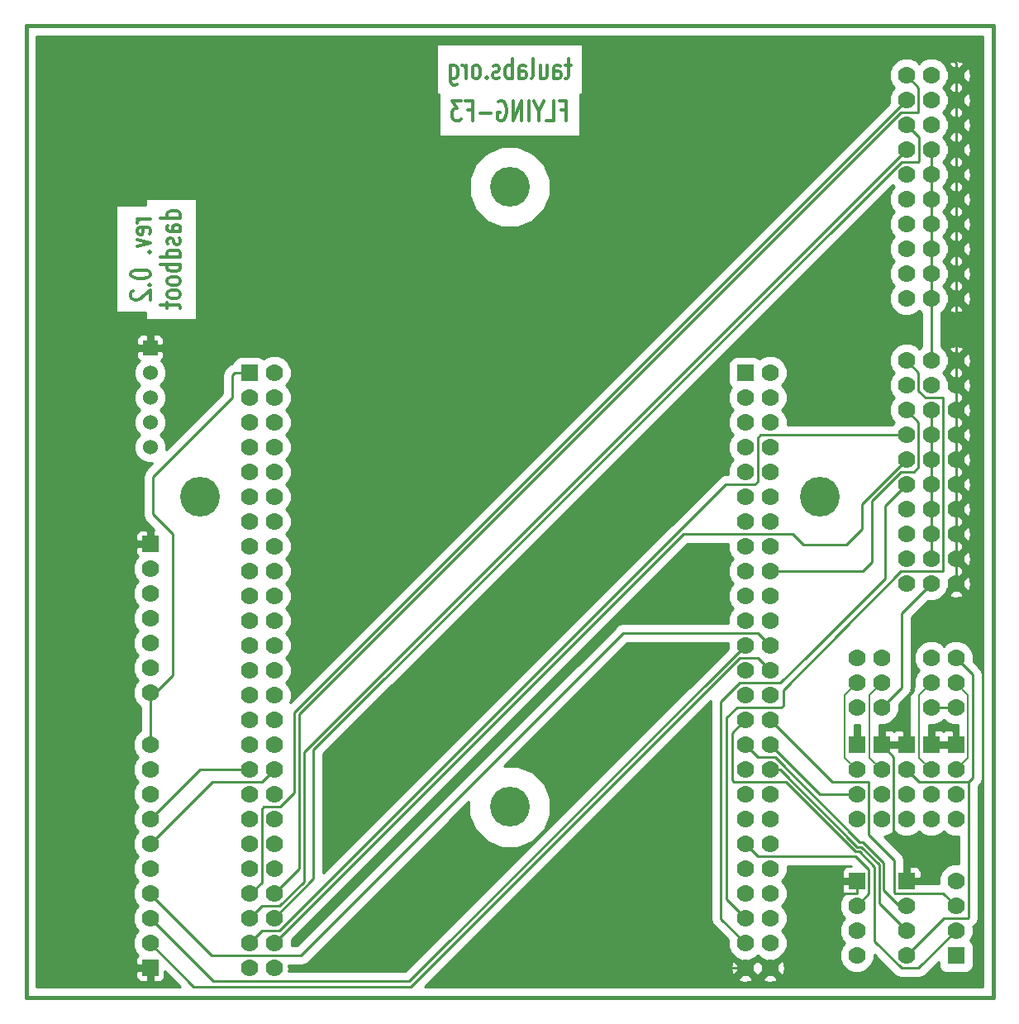
<source format=gbl>
G04 (created by PCBNEW-RS274X (2012-01-19 BZR 3256)-stable) date 5/8/2013 11:12:38 PM*
G01*
G70*
G90*
%MOIN*%
G04 Gerber Fmt 3.4, Leading zero omitted, Abs format*
%FSLAX34Y34*%
G04 APERTURE LIST*
%ADD10C,0.000100*%
%ADD11C,0.015000*%
%ADD12C,0.012000*%
%ADD13R,0.065000X0.065000*%
%ADD14C,0.070000*%
%ADD15C,0.160000*%
%ADD16R,0.070000X0.070000*%
%ADD17R,0.060000X0.060000*%
%ADD18C,0.060000*%
%ADD19C,0.032000*%
%ADD20C,0.010000*%
%ADD21C,0.008000*%
G04 APERTURE END LIST*
G54D10*
G54D11*
X73000Y-58200D02*
X72600Y-58200D01*
X73000Y-57800D02*
X73000Y-58200D01*
X34000Y-57600D02*
X34000Y-58200D01*
G54D12*
X40224Y-26757D02*
X39424Y-26757D01*
X40186Y-26757D02*
X40224Y-26700D01*
X40224Y-26586D01*
X40186Y-26528D01*
X40148Y-26500D01*
X40071Y-26471D01*
X39843Y-26471D01*
X39767Y-26500D01*
X39729Y-26528D01*
X39690Y-26586D01*
X39690Y-26700D01*
X39729Y-26757D01*
X40224Y-27300D02*
X39805Y-27300D01*
X39729Y-27271D01*
X39690Y-27214D01*
X39690Y-27100D01*
X39729Y-27043D01*
X40186Y-27300D02*
X40224Y-27243D01*
X40224Y-27100D01*
X40186Y-27043D01*
X40110Y-27014D01*
X40033Y-27014D01*
X39957Y-27043D01*
X39919Y-27100D01*
X39919Y-27243D01*
X39881Y-27300D01*
X40186Y-27557D02*
X40224Y-27614D01*
X40224Y-27729D01*
X40186Y-27786D01*
X40110Y-27814D01*
X40071Y-27814D01*
X39995Y-27786D01*
X39957Y-27729D01*
X39957Y-27643D01*
X39919Y-27586D01*
X39843Y-27557D01*
X39805Y-27557D01*
X39729Y-27586D01*
X39690Y-27643D01*
X39690Y-27729D01*
X39729Y-27786D01*
X40224Y-28329D02*
X39424Y-28329D01*
X40186Y-28329D02*
X40224Y-28272D01*
X40224Y-28158D01*
X40186Y-28100D01*
X40148Y-28072D01*
X40071Y-28043D01*
X39843Y-28043D01*
X39767Y-28072D01*
X39729Y-28100D01*
X39690Y-28158D01*
X39690Y-28272D01*
X39729Y-28329D01*
X40224Y-28615D02*
X39424Y-28615D01*
X39729Y-28615D02*
X39690Y-28672D01*
X39690Y-28786D01*
X39729Y-28843D01*
X39767Y-28872D01*
X39843Y-28901D01*
X40071Y-28901D01*
X40148Y-28872D01*
X40186Y-28843D01*
X40224Y-28786D01*
X40224Y-28672D01*
X40186Y-28615D01*
X40224Y-29244D02*
X40186Y-29186D01*
X40148Y-29158D01*
X40071Y-29129D01*
X39843Y-29129D01*
X39767Y-29158D01*
X39729Y-29186D01*
X39690Y-29244D01*
X39690Y-29329D01*
X39729Y-29386D01*
X39767Y-29415D01*
X39843Y-29444D01*
X40071Y-29444D01*
X40148Y-29415D01*
X40186Y-29386D01*
X40224Y-29329D01*
X40224Y-29244D01*
X40224Y-29787D02*
X40186Y-29729D01*
X40148Y-29701D01*
X40071Y-29672D01*
X39843Y-29672D01*
X39767Y-29701D01*
X39729Y-29729D01*
X39690Y-29787D01*
X39690Y-29872D01*
X39729Y-29929D01*
X39767Y-29958D01*
X39843Y-29987D01*
X40071Y-29987D01*
X40148Y-29958D01*
X40186Y-29929D01*
X40224Y-29872D01*
X40224Y-29787D01*
X39690Y-30158D02*
X39690Y-30387D01*
X39424Y-30244D02*
X40110Y-30244D01*
X40186Y-30272D01*
X40224Y-30330D01*
X40224Y-30387D01*
X39024Y-26787D02*
X38490Y-26787D01*
X38643Y-26787D02*
X38567Y-26815D01*
X38529Y-26844D01*
X38490Y-26901D01*
X38490Y-26958D01*
X38986Y-27386D02*
X39024Y-27329D01*
X39024Y-27215D01*
X38986Y-27158D01*
X38910Y-27129D01*
X38605Y-27129D01*
X38529Y-27158D01*
X38490Y-27215D01*
X38490Y-27329D01*
X38529Y-27386D01*
X38605Y-27415D01*
X38681Y-27415D01*
X38757Y-27129D01*
X38490Y-27615D02*
X39024Y-27758D01*
X38490Y-27900D01*
X38948Y-28129D02*
X38986Y-28157D01*
X39024Y-28129D01*
X38986Y-28100D01*
X38948Y-28129D01*
X39024Y-28129D01*
X38224Y-28986D02*
X38224Y-29043D01*
X38262Y-29100D01*
X38300Y-29129D01*
X38376Y-29158D01*
X38529Y-29186D01*
X38719Y-29186D01*
X38871Y-29158D01*
X38948Y-29129D01*
X38986Y-29100D01*
X39024Y-29043D01*
X39024Y-28986D01*
X38986Y-28929D01*
X38948Y-28900D01*
X38871Y-28872D01*
X38719Y-28843D01*
X38529Y-28843D01*
X38376Y-28872D01*
X38300Y-28900D01*
X38262Y-28929D01*
X38224Y-28986D01*
X38948Y-29443D02*
X38986Y-29471D01*
X39024Y-29443D01*
X38986Y-29414D01*
X38948Y-29443D01*
X39024Y-29443D01*
X38300Y-29700D02*
X38262Y-29729D01*
X38224Y-29786D01*
X38224Y-29929D01*
X38262Y-29986D01*
X38300Y-30015D01*
X38376Y-30043D01*
X38452Y-30043D01*
X38567Y-30015D01*
X39024Y-29672D01*
X39024Y-30043D01*
X55585Y-22405D02*
X55785Y-22405D01*
X55785Y-22824D02*
X55785Y-22024D01*
X55499Y-22024D01*
X54985Y-22824D02*
X55271Y-22824D01*
X55271Y-22024D01*
X54671Y-22443D02*
X54671Y-22824D01*
X54871Y-22024D02*
X54671Y-22443D01*
X54471Y-22024D01*
X54271Y-22824D02*
X54271Y-22024D01*
X53985Y-22824D02*
X53985Y-22024D01*
X53642Y-22824D01*
X53642Y-22024D01*
X53042Y-22062D02*
X53099Y-22024D01*
X53185Y-22024D01*
X53270Y-22062D01*
X53328Y-22138D01*
X53356Y-22214D01*
X53385Y-22367D01*
X53385Y-22481D01*
X53356Y-22633D01*
X53328Y-22710D01*
X53270Y-22786D01*
X53185Y-22824D01*
X53128Y-22824D01*
X53042Y-22786D01*
X53013Y-22748D01*
X53013Y-22481D01*
X53128Y-22481D01*
X52756Y-22519D02*
X52299Y-22519D01*
X51813Y-22405D02*
X52013Y-22405D01*
X52013Y-22824D02*
X52013Y-22024D01*
X51727Y-22024D01*
X51556Y-22024D02*
X51185Y-22024D01*
X51385Y-22329D01*
X51299Y-22329D01*
X51242Y-22367D01*
X51213Y-22405D01*
X51185Y-22481D01*
X51185Y-22671D01*
X51213Y-22748D01*
X51242Y-22786D01*
X51299Y-22824D01*
X51471Y-22824D01*
X51528Y-22786D01*
X51556Y-22748D01*
X55972Y-20590D02*
X55743Y-20590D01*
X55886Y-20324D02*
X55886Y-21010D01*
X55858Y-21086D01*
X55800Y-21124D01*
X55743Y-21124D01*
X55286Y-21124D02*
X55286Y-20705D01*
X55315Y-20629D01*
X55372Y-20590D01*
X55486Y-20590D01*
X55543Y-20629D01*
X55286Y-21086D02*
X55343Y-21124D01*
X55486Y-21124D01*
X55543Y-21086D01*
X55572Y-21010D01*
X55572Y-20933D01*
X55543Y-20857D01*
X55486Y-20819D01*
X55343Y-20819D01*
X55286Y-20781D01*
X54743Y-20590D02*
X54743Y-21124D01*
X55000Y-20590D02*
X55000Y-21010D01*
X54972Y-21086D01*
X54914Y-21124D01*
X54829Y-21124D01*
X54772Y-21086D01*
X54743Y-21048D01*
X54371Y-21124D02*
X54429Y-21086D01*
X54457Y-21010D01*
X54457Y-20324D01*
X53886Y-21124D02*
X53886Y-20705D01*
X53915Y-20629D01*
X53972Y-20590D01*
X54086Y-20590D01*
X54143Y-20629D01*
X53886Y-21086D02*
X53943Y-21124D01*
X54086Y-21124D01*
X54143Y-21086D01*
X54172Y-21010D01*
X54172Y-20933D01*
X54143Y-20857D01*
X54086Y-20819D01*
X53943Y-20819D01*
X53886Y-20781D01*
X53600Y-21124D02*
X53600Y-20324D01*
X53600Y-20629D02*
X53543Y-20590D01*
X53429Y-20590D01*
X53372Y-20629D01*
X53343Y-20667D01*
X53314Y-20743D01*
X53314Y-20971D01*
X53343Y-21048D01*
X53372Y-21086D01*
X53429Y-21124D01*
X53543Y-21124D01*
X53600Y-21086D01*
X53086Y-21086D02*
X53029Y-21124D01*
X52914Y-21124D01*
X52857Y-21086D01*
X52829Y-21010D01*
X52829Y-20971D01*
X52857Y-20895D01*
X52914Y-20857D01*
X53000Y-20857D01*
X53057Y-20819D01*
X53086Y-20743D01*
X53086Y-20705D01*
X53057Y-20629D01*
X53000Y-20590D01*
X52914Y-20590D01*
X52857Y-20629D01*
X52571Y-21048D02*
X52543Y-21086D01*
X52571Y-21124D01*
X52600Y-21086D01*
X52571Y-21048D01*
X52571Y-21124D01*
X52199Y-21124D02*
X52257Y-21086D01*
X52285Y-21048D01*
X52314Y-20971D01*
X52314Y-20743D01*
X52285Y-20667D01*
X52257Y-20629D01*
X52199Y-20590D01*
X52114Y-20590D01*
X52057Y-20629D01*
X52028Y-20667D01*
X51999Y-20743D01*
X51999Y-20971D01*
X52028Y-21048D01*
X52057Y-21086D01*
X52114Y-21124D01*
X52199Y-21124D01*
X51742Y-21124D02*
X51742Y-20590D01*
X51742Y-20743D02*
X51714Y-20667D01*
X51685Y-20629D01*
X51628Y-20590D01*
X51571Y-20590D01*
X51114Y-20590D02*
X51114Y-21238D01*
X51143Y-21314D01*
X51171Y-21352D01*
X51228Y-21390D01*
X51314Y-21390D01*
X51371Y-21352D01*
X51114Y-21086D02*
X51171Y-21124D01*
X51285Y-21124D01*
X51343Y-21086D01*
X51371Y-21048D01*
X51400Y-20971D01*
X51400Y-20743D01*
X51371Y-20667D01*
X51343Y-20629D01*
X51285Y-20590D01*
X51171Y-20590D01*
X51114Y-20629D01*
G54D11*
X73000Y-19000D02*
X34000Y-19000D01*
X73000Y-58000D02*
X73000Y-19000D01*
X34000Y-58200D02*
X73000Y-58200D01*
X34000Y-19000D02*
X34000Y-58000D01*
G54D13*
X43000Y-33000D03*
G54D14*
X44000Y-33000D03*
X43000Y-34000D03*
X44000Y-34000D03*
X44000Y-35000D03*
X43000Y-35000D03*
X44000Y-36000D03*
X43000Y-36000D03*
X44000Y-37000D03*
X43000Y-37000D03*
X44000Y-38000D03*
X43000Y-38000D03*
X44000Y-39000D03*
X43000Y-39000D03*
X44000Y-40000D03*
X43000Y-40000D03*
X44000Y-41000D03*
X43000Y-41000D03*
X44000Y-42000D03*
X43000Y-42000D03*
X44000Y-43000D03*
X43000Y-43000D03*
X44000Y-44000D03*
X43000Y-44000D03*
X44000Y-45000D03*
X43000Y-45000D03*
X44000Y-46000D03*
X43000Y-46000D03*
X44000Y-47000D03*
X43000Y-47000D03*
X44000Y-48000D03*
X43000Y-48000D03*
X44000Y-49000D03*
X43000Y-49000D03*
X44000Y-50000D03*
X43000Y-50000D03*
X44000Y-51000D03*
X43000Y-51000D03*
X44000Y-52000D03*
X43000Y-52000D03*
X44000Y-53000D03*
X43000Y-53000D03*
X44000Y-54000D03*
X43000Y-54000D03*
X44000Y-55000D03*
X43000Y-55000D03*
X44000Y-56000D03*
X43000Y-56000D03*
X44000Y-57000D03*
X43000Y-57000D03*
X63000Y-57000D03*
X64000Y-57000D03*
X63000Y-56000D03*
X64000Y-56000D03*
X63000Y-55000D03*
X64000Y-55000D03*
X63000Y-54000D03*
X64000Y-54000D03*
X63000Y-53000D03*
X64000Y-53000D03*
X63000Y-52000D03*
X64000Y-52000D03*
X63000Y-51000D03*
X64000Y-51000D03*
X63000Y-50000D03*
X64000Y-50000D03*
X63000Y-49000D03*
X64000Y-49000D03*
X63000Y-48000D03*
X64000Y-48000D03*
X63000Y-47000D03*
X64000Y-47000D03*
X63000Y-46000D03*
X64000Y-46000D03*
X63000Y-45000D03*
X64000Y-45000D03*
X63000Y-44000D03*
X64000Y-44000D03*
X63000Y-43000D03*
X64000Y-43000D03*
X63000Y-42000D03*
X64000Y-42000D03*
X63000Y-41000D03*
X64000Y-41000D03*
X63000Y-40000D03*
X64000Y-40000D03*
X63000Y-39000D03*
X64000Y-39000D03*
X63000Y-38000D03*
X64000Y-38000D03*
X63000Y-37000D03*
X64000Y-37000D03*
X63000Y-36000D03*
X64000Y-36000D03*
X63000Y-35000D03*
X64000Y-35000D03*
X63000Y-34000D03*
X64000Y-34000D03*
G54D13*
X63000Y-33000D03*
G54D14*
X64000Y-33000D03*
X69500Y-32500D03*
X69500Y-33500D03*
X69500Y-34500D03*
X69500Y-35500D03*
X69500Y-36500D03*
X69500Y-37500D03*
X69500Y-38500D03*
X69500Y-39500D03*
X69500Y-40500D03*
X69500Y-41500D03*
X70500Y-32500D03*
X70500Y-33500D03*
X70500Y-34500D03*
X70500Y-35500D03*
X70500Y-36500D03*
X70500Y-37500D03*
X70500Y-38500D03*
X70500Y-39500D03*
X70500Y-40500D03*
X70500Y-41500D03*
X71500Y-32500D03*
X71500Y-33500D03*
X71500Y-34500D03*
X71500Y-35500D03*
X71500Y-36500D03*
X71500Y-37500D03*
X71500Y-38500D03*
X71500Y-39500D03*
X71500Y-40500D03*
X71500Y-41500D03*
X69500Y-21000D03*
X69500Y-22000D03*
X69500Y-23000D03*
X69500Y-24000D03*
X69500Y-25000D03*
X69500Y-26000D03*
X69500Y-27000D03*
X69500Y-28000D03*
X69500Y-29000D03*
X69500Y-30000D03*
X70500Y-21000D03*
X70500Y-22000D03*
X70500Y-23000D03*
X70500Y-24000D03*
X70500Y-25000D03*
X70500Y-26000D03*
X70500Y-27000D03*
X70500Y-28000D03*
X70500Y-29000D03*
X70500Y-30000D03*
X71500Y-21000D03*
X71500Y-22000D03*
X71500Y-23000D03*
X71500Y-24000D03*
X71500Y-25000D03*
X71500Y-26000D03*
X71500Y-27000D03*
X71500Y-28000D03*
X71500Y-29000D03*
X71500Y-30000D03*
G54D15*
X53500Y-25500D03*
X66000Y-38000D03*
G54D16*
X71500Y-48000D03*
G54D14*
X71500Y-49000D03*
X71500Y-50000D03*
X71500Y-51000D03*
G54D16*
X70500Y-48000D03*
G54D14*
X70500Y-49000D03*
X70500Y-50000D03*
X70500Y-51000D03*
G54D16*
X69500Y-48000D03*
G54D14*
X69500Y-49000D03*
X69500Y-50000D03*
X69500Y-51000D03*
G54D16*
X68500Y-48000D03*
G54D14*
X68500Y-49000D03*
X68500Y-50000D03*
X68500Y-51000D03*
G54D16*
X67500Y-48000D03*
G54D14*
X67500Y-49000D03*
X67500Y-50000D03*
X67500Y-51000D03*
X71500Y-44500D03*
X71500Y-45500D03*
X71500Y-46500D03*
X70500Y-44500D03*
X70500Y-45500D03*
X70500Y-46500D03*
X68500Y-44500D03*
X68500Y-45500D03*
X68500Y-46500D03*
X67500Y-44500D03*
X67500Y-45500D03*
X67500Y-46500D03*
G54D13*
X39000Y-57000D03*
G54D14*
X39000Y-56000D03*
X39000Y-55000D03*
X39000Y-54000D03*
X39000Y-53000D03*
X39000Y-52000D03*
X39000Y-51000D03*
X39000Y-50000D03*
X39000Y-49000D03*
X39000Y-48000D03*
G54D16*
X67500Y-53500D03*
G54D14*
X67500Y-54500D03*
X67500Y-55500D03*
X67500Y-56500D03*
X71500Y-53500D03*
X71500Y-54500D03*
X71500Y-55500D03*
G54D16*
X71500Y-56500D03*
X69500Y-53500D03*
G54D14*
X69500Y-54500D03*
X69500Y-55500D03*
X69500Y-56500D03*
G54D15*
X53500Y-50500D03*
X41000Y-38000D03*
G54D13*
X39000Y-39900D03*
G54D14*
X39000Y-40900D03*
X39000Y-41900D03*
X39000Y-42900D03*
X39000Y-43900D03*
X39000Y-44900D03*
X39000Y-45900D03*
G54D17*
X39000Y-31990D03*
G54D18*
X39000Y-32990D03*
X39000Y-33990D03*
X39000Y-34990D03*
X39000Y-35990D03*
G54D19*
X59250Y-46250D03*
X52000Y-46200D03*
X66750Y-31250D03*
X45000Y-23000D03*
X37000Y-31000D03*
X58750Y-50750D03*
X66750Y-21000D03*
X68250Y-31250D03*
X54000Y-57000D03*
X65500Y-31250D03*
X59250Y-42000D03*
X56000Y-57000D03*
X57000Y-47250D03*
X61250Y-40750D03*
X55000Y-56000D03*
X49750Y-56000D03*
X50900Y-47300D03*
X58000Y-46250D03*
X61000Y-57000D03*
X54750Y-42000D03*
X57500Y-21000D03*
X60000Y-57000D03*
X56250Y-42000D03*
X65250Y-21000D03*
X59000Y-57000D03*
X54000Y-56000D03*
X43250Y-30500D03*
X47000Y-30500D03*
X59750Y-49750D03*
X60750Y-21000D03*
X53000Y-57000D03*
X61250Y-42000D03*
X56000Y-56000D03*
X61500Y-34500D03*
X61000Y-50750D03*
X53000Y-56000D03*
X62250Y-22250D03*
X63750Y-21000D03*
X58000Y-56000D03*
X62250Y-21000D03*
X46750Y-56000D03*
X56250Y-40250D03*
X63750Y-22250D03*
X65500Y-32250D03*
X60750Y-24000D03*
X54100Y-42650D03*
X59000Y-37500D03*
X59000Y-22500D03*
X59000Y-24000D03*
X60750Y-22500D03*
X57500Y-22500D03*
X48000Y-42200D03*
X57500Y-24000D03*
X46900Y-42200D03*
X59000Y-21000D03*
X66750Y-22250D03*
X55750Y-47250D03*
X56750Y-46250D03*
X66750Y-32250D03*
X37000Y-33000D03*
X71250Y-31250D03*
X37000Y-27000D03*
X60000Y-56000D03*
X47500Y-42750D03*
X56750Y-31750D03*
X35000Y-49000D03*
X47000Y-28500D03*
X57000Y-57000D03*
X50900Y-45800D03*
X37000Y-25000D03*
X49500Y-45750D03*
X35000Y-53000D03*
X53000Y-35400D03*
X37000Y-49000D03*
X35000Y-33000D03*
X56750Y-29000D03*
X61500Y-33500D03*
X45000Y-28500D03*
X35000Y-43000D03*
X57000Y-56000D03*
X65250Y-22250D03*
X43250Y-23000D03*
X35000Y-35000D03*
X35000Y-51000D03*
X37000Y-51000D03*
X59000Y-56000D03*
X60250Y-37500D03*
X35000Y-47000D03*
X55000Y-57000D03*
X58000Y-57000D03*
X55000Y-33500D03*
X59500Y-29000D03*
X37000Y-23000D03*
X47000Y-32500D03*
X35000Y-29000D03*
X35000Y-25000D03*
X35000Y-37000D03*
X43250Y-28500D03*
X39000Y-23000D03*
X37000Y-57000D03*
X37000Y-43000D03*
X60250Y-35750D03*
X35000Y-55000D03*
X35000Y-23000D03*
X35000Y-45000D03*
X35000Y-27000D03*
X43250Y-24750D03*
X61500Y-35750D03*
X61000Y-56000D03*
X35000Y-39000D03*
X47000Y-26500D03*
X45000Y-24750D03*
X64250Y-31250D03*
X61000Y-48000D03*
X37000Y-29000D03*
X45000Y-30500D03*
X35000Y-41000D03*
X62500Y-26000D03*
X51100Y-35600D03*
X37000Y-55000D03*
X47000Y-24750D03*
X35000Y-31000D03*
X37000Y-41000D03*
X45000Y-26500D03*
X37000Y-45000D03*
X69750Y-31250D03*
X37000Y-47000D03*
X37000Y-35000D03*
X55000Y-31750D03*
X47000Y-23000D03*
X59500Y-26000D03*
X51100Y-37300D03*
X47000Y-39700D03*
X37000Y-37000D03*
X43250Y-26500D03*
X37000Y-39000D03*
X47000Y-49750D03*
X53000Y-33800D03*
X41000Y-23000D03*
X35000Y-57000D03*
X37000Y-53000D03*
X47000Y-48250D03*
G54D20*
X69500Y-56500D02*
X71001Y-54999D01*
X42300Y-34000D02*
X42300Y-33100D01*
X39900Y-39500D02*
X39100Y-38700D01*
X39000Y-45900D02*
X39000Y-48000D01*
X39200Y-45900D02*
X39900Y-45200D01*
X72001Y-54971D02*
X72001Y-49500D01*
X39900Y-45200D02*
X39900Y-39500D01*
X70000Y-49500D02*
X69500Y-49000D01*
X72169Y-49332D02*
X72001Y-49500D01*
X72169Y-45169D02*
X72169Y-49332D01*
X39000Y-45900D02*
X39200Y-45900D01*
X39100Y-37200D02*
X42300Y-34000D01*
X42400Y-33000D02*
X43000Y-33000D01*
X71001Y-54999D02*
X71973Y-54999D01*
X72001Y-49500D02*
X70000Y-49500D01*
X71500Y-44500D02*
X72169Y-45169D01*
X39100Y-38700D02*
X39100Y-37200D01*
X71973Y-54999D02*
X72001Y-54971D01*
X42300Y-33100D02*
X42400Y-33000D01*
X70500Y-35500D02*
X70500Y-34500D01*
X70500Y-38500D02*
X70500Y-37500D01*
X70500Y-37500D02*
X70500Y-36500D01*
X70500Y-40500D02*
X70500Y-39500D01*
X70500Y-29000D02*
X70500Y-28000D01*
X70500Y-29000D02*
X70500Y-30000D01*
X70500Y-26000D02*
X70500Y-25000D01*
X70500Y-36500D02*
X70500Y-35500D01*
X69306Y-42694D02*
X70500Y-41500D01*
X70500Y-28000D02*
X70500Y-27000D01*
X70500Y-39500D02*
X70500Y-38500D01*
X70500Y-25000D02*
X70500Y-24000D01*
X70500Y-30000D02*
X70500Y-32500D01*
X70500Y-27000D02*
X70500Y-26000D01*
X68500Y-46500D02*
X69306Y-45694D01*
X69306Y-45694D02*
X69306Y-42694D01*
X71500Y-46500D02*
X70500Y-46500D01*
X71500Y-33500D02*
X71500Y-32500D01*
X70500Y-48000D02*
X71500Y-48000D01*
X71500Y-39500D02*
X71500Y-40500D01*
X60250Y-35750D02*
X60250Y-37500D01*
X68993Y-51873D02*
X68993Y-48493D01*
X69500Y-52380D02*
X68993Y-51873D01*
X68993Y-48493D02*
X68500Y-48000D01*
X61000Y-50250D02*
X61000Y-50750D01*
X71500Y-34500D02*
X71500Y-33500D01*
X63250Y-31250D02*
X61500Y-33000D01*
X71500Y-38500D02*
X71500Y-37500D01*
X71500Y-28000D02*
X71500Y-27000D01*
X71500Y-30000D02*
X71500Y-31250D01*
X67500Y-53500D02*
X67500Y-53993D01*
X71500Y-37500D02*
X71500Y-36500D01*
X53000Y-35400D02*
X53000Y-33800D01*
X71500Y-26000D02*
X71500Y-25000D01*
X55000Y-56000D02*
X56000Y-56000D01*
X50900Y-47300D02*
X52000Y-46200D01*
X71500Y-31250D02*
X71500Y-32500D01*
X71500Y-27000D02*
X71500Y-26000D01*
X62250Y-21000D02*
X60750Y-21000D01*
X61500Y-34500D02*
X61500Y-35750D01*
X69500Y-53500D02*
X69500Y-52380D01*
X35000Y-33000D02*
X35000Y-31000D01*
X56000Y-57000D02*
X57000Y-57000D01*
X39000Y-39900D02*
X38200Y-39900D01*
X71500Y-29000D02*
X71500Y-30000D01*
X70750Y-19750D02*
X66750Y-19750D01*
X59000Y-56000D02*
X60000Y-56000D01*
X65250Y-21000D02*
X63750Y-21000D01*
X54750Y-42000D02*
X54100Y-42650D01*
X61500Y-33000D02*
X61500Y-33500D01*
X37900Y-57000D02*
X39000Y-57000D01*
X65500Y-32250D02*
X65500Y-31250D01*
X57000Y-56000D02*
X58000Y-56000D01*
X71500Y-20500D02*
X70750Y-19750D01*
X49750Y-56000D02*
X46750Y-56000D01*
X68500Y-48000D02*
X69500Y-48000D01*
X71500Y-23000D02*
X71500Y-22000D01*
X71500Y-21000D02*
X71500Y-20500D01*
X71500Y-22000D02*
X71500Y-21000D01*
X71500Y-35500D02*
X71500Y-34500D01*
X71500Y-40500D02*
X71500Y-41500D01*
X57000Y-47250D02*
X58000Y-46250D01*
X66750Y-22250D02*
X65250Y-22250D01*
X71500Y-39500D02*
X71500Y-38500D01*
X71500Y-36500D02*
X71500Y-35500D01*
X56750Y-46250D02*
X55750Y-47250D01*
X59000Y-21000D02*
X57500Y-21000D01*
X71500Y-24000D02*
X71500Y-23000D01*
X66750Y-19750D02*
X66750Y-21000D01*
X60000Y-57000D02*
X61000Y-57000D01*
X66750Y-31250D02*
X66750Y-32250D01*
X37200Y-56300D02*
X37900Y-57000D01*
X60750Y-22500D02*
X60750Y-24000D01*
X38200Y-39900D02*
X37200Y-40900D01*
X71500Y-25000D02*
X71500Y-24000D01*
X63750Y-22250D02*
X62250Y-22250D01*
X53000Y-56000D02*
X54000Y-56000D01*
X37200Y-40900D02*
X37200Y-56300D01*
X64250Y-31250D02*
X63250Y-31250D01*
X71500Y-31250D02*
X71250Y-31250D01*
X47500Y-42750D02*
X46900Y-42200D01*
X59250Y-42000D02*
X61250Y-42000D01*
X57500Y-22500D02*
X57500Y-24000D01*
X68250Y-31250D02*
X69750Y-31250D01*
X69500Y-46090D02*
X69780Y-45810D01*
X35000Y-57000D02*
X35000Y-55000D01*
X51100Y-35600D02*
X51100Y-37300D01*
X43250Y-28500D02*
X43250Y-30500D01*
X59000Y-37500D02*
X56250Y-40250D01*
X43250Y-24750D02*
X45000Y-24750D01*
X54050Y-42650D02*
X50900Y-45800D01*
X47000Y-49750D02*
X47000Y-48250D01*
X35000Y-53000D02*
X35000Y-51000D01*
X58000Y-57000D02*
X59000Y-57000D01*
X47000Y-32500D02*
X47000Y-39700D01*
X63000Y-57000D02*
X53000Y-57000D01*
X54100Y-42650D02*
X54050Y-42650D01*
X37000Y-47000D02*
X37000Y-45000D01*
X39000Y-57000D02*
X37000Y-57000D01*
X41000Y-23000D02*
X43250Y-23000D01*
X69500Y-48000D02*
X69500Y-46090D01*
X35000Y-45000D02*
X35000Y-43000D01*
X37000Y-23000D02*
X39000Y-23000D01*
X54000Y-57000D02*
X55000Y-57000D01*
X45000Y-23000D02*
X47000Y-23000D01*
X37000Y-27000D02*
X37000Y-25000D01*
X47000Y-28500D02*
X45000Y-28500D01*
X45000Y-30500D02*
X47000Y-30500D01*
X69780Y-43220D02*
X71500Y-41500D01*
X56750Y-31750D02*
X56750Y-29000D01*
X37000Y-43000D02*
X37000Y-41000D01*
X37000Y-55000D02*
X37000Y-53000D01*
X58750Y-50750D02*
X59750Y-49750D01*
X35000Y-49000D02*
X35000Y-47000D01*
X37000Y-31000D02*
X37000Y-29000D01*
X55000Y-31750D02*
X55000Y-33500D01*
X67007Y-53993D02*
X64000Y-57000D01*
X59500Y-29000D02*
X59500Y-26000D01*
X35000Y-37000D02*
X35000Y-35000D01*
X56250Y-42000D02*
X54750Y-42000D01*
X59000Y-24000D02*
X59000Y-22500D01*
X35000Y-25000D02*
X35000Y-23000D01*
X45000Y-26500D02*
X43250Y-26500D01*
X47000Y-24750D02*
X47000Y-26500D01*
X37000Y-51000D02*
X37000Y-49000D01*
X69780Y-45810D02*
X69780Y-43220D01*
X35000Y-29000D02*
X35000Y-27000D01*
X37000Y-35000D02*
X37000Y-33000D01*
X67500Y-53993D02*
X67007Y-53993D01*
X61000Y-48000D02*
X61000Y-50250D01*
X71500Y-29000D02*
X71500Y-28000D01*
X37000Y-39000D02*
X37000Y-37000D01*
X35000Y-41000D02*
X35000Y-39000D01*
X69993Y-32993D02*
X69500Y-32500D01*
X70972Y-34006D02*
X70276Y-34006D01*
X63000Y-55000D02*
X62239Y-54239D01*
X62239Y-54239D02*
X62239Y-46890D01*
X70276Y-34006D02*
X69993Y-33723D01*
X64530Y-46424D02*
X64530Y-45778D01*
X62677Y-46492D02*
X64462Y-46492D01*
X64462Y-46492D02*
X64530Y-46424D01*
X62239Y-46890D02*
X62677Y-46492D01*
X70966Y-41000D02*
X70994Y-40972D01*
X69993Y-33723D02*
X69993Y-32993D01*
X70994Y-34028D02*
X70972Y-34006D01*
X64530Y-45778D02*
X69268Y-41000D01*
X69268Y-41000D02*
X70966Y-41000D01*
X70994Y-40972D02*
X70994Y-34028D01*
X39000Y-52000D02*
X41500Y-49500D01*
X43500Y-49500D02*
X44000Y-49000D01*
X41500Y-49500D02*
X43500Y-49500D01*
X39000Y-51000D02*
X41000Y-49000D01*
X41000Y-49000D02*
X43000Y-49000D01*
X49519Y-57756D02*
X62775Y-44500D01*
X40756Y-57756D02*
X49519Y-57756D01*
X62775Y-44500D02*
X63500Y-44500D01*
X39000Y-56000D02*
X40756Y-57756D01*
X63500Y-44500D02*
X64000Y-45000D01*
X41539Y-57539D02*
X39000Y-55000D01*
X49461Y-57539D02*
X41539Y-57539D01*
X63000Y-44000D02*
X49461Y-57539D01*
X39000Y-54020D02*
X41480Y-56500D01*
X41480Y-56500D02*
X42240Y-56500D01*
X39000Y-54000D02*
X39000Y-54020D01*
X58067Y-43500D02*
X63500Y-43500D01*
X63500Y-43500D02*
X64000Y-44000D01*
X45080Y-56497D02*
X58067Y-43500D01*
X42240Y-56497D02*
X45080Y-56497D01*
X42240Y-56500D02*
X42240Y-56497D01*
X69281Y-36994D02*
X68128Y-38147D01*
X67750Y-41000D02*
X68129Y-40621D01*
X69994Y-36800D02*
X69800Y-36994D01*
X65070Y-41000D02*
X64000Y-41000D01*
X68129Y-40621D02*
X68129Y-38146D01*
X68128Y-38145D02*
X68128Y-38147D01*
X69800Y-36994D02*
X69281Y-36994D01*
X69994Y-34994D02*
X69994Y-36800D01*
X68129Y-38146D02*
X68128Y-38145D01*
X65070Y-41000D02*
X67750Y-41000D01*
X69500Y-34500D02*
X69994Y-34994D01*
X44225Y-55500D02*
X43500Y-55500D01*
X62225Y-37500D02*
X44225Y-55500D01*
X63500Y-35610D02*
X63610Y-35500D01*
X69500Y-35500D02*
X66950Y-35500D01*
X43500Y-55500D02*
X43000Y-56000D01*
X63050Y-37500D02*
X63380Y-37500D01*
X63050Y-37500D02*
X62225Y-37500D01*
X63610Y-35500D02*
X66950Y-35500D01*
X63380Y-37500D02*
X63500Y-37380D01*
X63500Y-37380D02*
X63500Y-35610D01*
X64650Y-39500D02*
X64920Y-39500D01*
X67710Y-39300D02*
X67710Y-38290D01*
X67070Y-39940D02*
X67710Y-39300D01*
X60500Y-39500D02*
X44000Y-56000D01*
X65360Y-39940D02*
X67070Y-39940D01*
X69500Y-36500D02*
X67710Y-38290D01*
X64920Y-39500D02*
X65360Y-39940D01*
X64650Y-39500D02*
X60500Y-39500D01*
X62014Y-55014D02*
X62014Y-46261D01*
X62775Y-45500D02*
X64427Y-45500D01*
X65549Y-44378D02*
X65552Y-44378D01*
X63000Y-56000D02*
X62014Y-55014D01*
X62014Y-46261D02*
X62775Y-45500D01*
X68630Y-38370D02*
X69500Y-37500D01*
X64427Y-45500D02*
X65549Y-44378D01*
X68630Y-41300D02*
X68630Y-38370D01*
X65552Y-44378D02*
X68630Y-41300D01*
X67524Y-52113D02*
X67679Y-52113D01*
X68403Y-54403D02*
X69500Y-55500D01*
X64000Y-49000D02*
X64411Y-49000D01*
X67679Y-52113D02*
X68403Y-52837D01*
X64411Y-49000D02*
X67524Y-52113D01*
X68403Y-52837D02*
X68403Y-54403D01*
X68596Y-53870D02*
X69226Y-54500D01*
X64205Y-48500D02*
X67625Y-51920D01*
X63000Y-48000D02*
X63500Y-48500D01*
X67625Y-51920D02*
X67760Y-51920D01*
X69226Y-54500D02*
X69500Y-54500D01*
X68596Y-52756D02*
X68596Y-53870D01*
X63500Y-48500D02*
X64205Y-48500D01*
X67760Y-51920D02*
X68596Y-52756D01*
X69966Y-22500D02*
X69994Y-22472D01*
X69287Y-22500D02*
X69966Y-22500D01*
X45016Y-52984D02*
X45016Y-46771D01*
X45016Y-46771D02*
X69287Y-22500D01*
X69994Y-21494D02*
X69500Y-21000D01*
X44000Y-54000D02*
X45016Y-52984D01*
X69994Y-22472D02*
X69994Y-21494D01*
X43498Y-53552D02*
X43498Y-51230D01*
X43498Y-51230D02*
X43498Y-50589D01*
X43498Y-50589D02*
X43586Y-50501D01*
X44822Y-49920D02*
X44241Y-50501D01*
X69500Y-22000D02*
X44822Y-46678D01*
X44241Y-50501D02*
X43586Y-50501D01*
X43050Y-54000D02*
X43498Y-53552D01*
X43000Y-54000D02*
X43050Y-54000D01*
X44822Y-46678D02*
X44822Y-49920D01*
X69972Y-24494D02*
X70000Y-24466D01*
X45596Y-53404D02*
X45596Y-48206D01*
X69308Y-24494D02*
X69972Y-24494D01*
X44000Y-55000D02*
X45596Y-53404D01*
X45596Y-48206D02*
X69308Y-24494D01*
X70000Y-24466D02*
X70000Y-23500D01*
X70000Y-23500D02*
X69500Y-23000D01*
X43000Y-55000D02*
X43500Y-54500D01*
X43500Y-54500D02*
X44228Y-54500D01*
X45210Y-53518D02*
X45210Y-53080D01*
X44228Y-54500D02*
X45210Y-53518D01*
X45210Y-53080D02*
X45210Y-48290D01*
X45210Y-48290D02*
X69500Y-24000D01*
X67500Y-50000D02*
X66000Y-50000D01*
X66000Y-50000D02*
X64000Y-48000D01*
X62990Y-47000D02*
X62470Y-47520D01*
X64634Y-49502D02*
X67437Y-52305D01*
X68210Y-52916D02*
X68210Y-55912D01*
X62470Y-49410D02*
X62562Y-49502D01*
X69995Y-57005D02*
X71500Y-55500D01*
X67437Y-52305D02*
X67599Y-52305D01*
X62562Y-49502D02*
X64634Y-49502D01*
X69303Y-57005D02*
X69995Y-57005D01*
X62470Y-47520D02*
X62470Y-49410D01*
X68210Y-55912D02*
X69303Y-57005D01*
X69995Y-57005D02*
X69303Y-57005D01*
X63000Y-47000D02*
X62990Y-47000D01*
X69303Y-57005D02*
X68210Y-55912D01*
X67599Y-52305D02*
X68210Y-52916D01*
X71500Y-55500D02*
X69995Y-57005D01*
X67994Y-51633D02*
X67994Y-49528D01*
X69006Y-53966D02*
X69006Y-52645D01*
X69006Y-52645D02*
X67994Y-51633D01*
X67966Y-49500D02*
X66500Y-49500D01*
X66500Y-49500D02*
X64000Y-47000D01*
X71500Y-54500D02*
X70994Y-53994D01*
X69034Y-53994D02*
X69006Y-53966D01*
X67994Y-49528D02*
X67966Y-49500D01*
X70994Y-53994D02*
X69034Y-53994D01*
X63500Y-52500D02*
X63000Y-52000D01*
X67500Y-54500D02*
X67994Y-54006D01*
X67994Y-53034D02*
X67460Y-52500D01*
X67460Y-52500D02*
X63500Y-52500D01*
X67994Y-54006D02*
X67994Y-53034D01*
G54D21*
X71984Y-48516D02*
X71500Y-49000D01*
X71984Y-45984D02*
X71984Y-48516D01*
X71500Y-45500D02*
X71984Y-45984D01*
X70016Y-48516D02*
X70500Y-49000D01*
X70016Y-45984D02*
X70016Y-48516D01*
X70500Y-45500D02*
X70016Y-45984D01*
X67016Y-48516D02*
X67500Y-49000D01*
X67016Y-45984D02*
X67016Y-48516D01*
X67500Y-45500D02*
X67016Y-45984D01*
X68017Y-48517D02*
X68500Y-49000D01*
X68017Y-45983D02*
X68017Y-48517D01*
X68500Y-45500D02*
X68017Y-45983D01*
G54D10*
G36*
X43141Y-57000D02*
X43003Y-57139D01*
X42997Y-57139D01*
X42858Y-57000D01*
X42859Y-57000D01*
X42858Y-56999D01*
X42961Y-56897D01*
X43039Y-56897D01*
X43141Y-56999D01*
X43141Y-57000D01*
X43141Y-57000D01*
G37*
G54D20*
X43141Y-57000D02*
X43003Y-57139D01*
X42997Y-57139D01*
X42858Y-57000D01*
X42859Y-57000D01*
X42858Y-56999D01*
X42961Y-56897D01*
X43039Y-56897D01*
X43141Y-56999D01*
X43141Y-57000D01*
G54D10*
G36*
X44141Y-57000D02*
X44003Y-57139D01*
X43997Y-57139D01*
X43858Y-57000D01*
X43859Y-57000D01*
X43858Y-56999D01*
X43961Y-56897D01*
X44039Y-56897D01*
X44141Y-56999D01*
X44141Y-57000D01*
X44141Y-57000D01*
G37*
G54D20*
X44141Y-57000D02*
X44003Y-57139D01*
X43997Y-57139D01*
X43858Y-57000D01*
X43859Y-57000D01*
X43858Y-56999D01*
X43961Y-56897D01*
X44039Y-56897D01*
X44141Y-56999D01*
X44141Y-57000D01*
G54D10*
G36*
X62301Y-44133D02*
X49295Y-57139D01*
X44571Y-57139D01*
X44598Y-57041D01*
X44580Y-56897D01*
X45080Y-56897D01*
X45233Y-56867D01*
X45363Y-56780D01*
X51850Y-50293D01*
X51850Y-50827D01*
X52101Y-51434D01*
X52564Y-51898D01*
X53171Y-52150D01*
X53827Y-52150D01*
X54434Y-51899D01*
X54898Y-51436D01*
X55150Y-50829D01*
X55150Y-50173D01*
X54899Y-49566D01*
X54436Y-49102D01*
X53829Y-48850D01*
X53293Y-48850D01*
X58243Y-43900D01*
X62301Y-43900D01*
X62301Y-44133D01*
X62301Y-44133D01*
G37*
G54D20*
X62301Y-44133D02*
X49295Y-57139D01*
X44571Y-57139D01*
X44598Y-57041D01*
X44580Y-56897D01*
X45080Y-56897D01*
X45233Y-56867D01*
X45363Y-56780D01*
X51850Y-50293D01*
X51850Y-50827D01*
X52101Y-51434D01*
X52564Y-51898D01*
X53171Y-52150D01*
X53827Y-52150D01*
X54434Y-51899D01*
X54898Y-51436D01*
X55150Y-50829D01*
X55150Y-50173D01*
X54899Y-49566D01*
X54436Y-49102D01*
X53829Y-48850D01*
X53293Y-48850D01*
X58243Y-43900D01*
X62301Y-43900D01*
X62301Y-44133D01*
G54D10*
G36*
X62511Y-42500D02*
X62408Y-42603D01*
X62301Y-42860D01*
X62301Y-43100D01*
X58067Y-43100D01*
X57914Y-43130D01*
X57784Y-43217D01*
X57763Y-43247D01*
X44914Y-56097D01*
X44699Y-56097D01*
X44699Y-55866D01*
X60665Y-39900D01*
X62301Y-39900D01*
X62301Y-40138D01*
X62407Y-40395D01*
X62511Y-40500D01*
X62408Y-40603D01*
X62301Y-40860D01*
X62301Y-41138D01*
X62407Y-41395D01*
X62511Y-41500D01*
X62408Y-41603D01*
X62301Y-41860D01*
X62301Y-42138D01*
X62407Y-42395D01*
X62511Y-42500D01*
X62511Y-42500D01*
G37*
G54D20*
X62511Y-42500D02*
X62408Y-42603D01*
X62301Y-42860D01*
X62301Y-43100D01*
X58067Y-43100D01*
X57914Y-43130D01*
X57784Y-43217D01*
X57763Y-43247D01*
X44914Y-56097D01*
X44699Y-56097D01*
X44699Y-55866D01*
X60665Y-39900D01*
X62301Y-39900D01*
X62301Y-40138D01*
X62407Y-40395D01*
X62511Y-40500D01*
X62408Y-40603D01*
X62301Y-40860D01*
X62301Y-41138D01*
X62407Y-41395D01*
X62511Y-41500D01*
X62408Y-41603D01*
X62301Y-41860D01*
X62301Y-42138D01*
X62407Y-42395D01*
X62511Y-42500D01*
G54D10*
G36*
X67627Y-47435D02*
X67600Y-47462D01*
X67600Y-47850D01*
X67600Y-47900D01*
X67600Y-48100D01*
X67406Y-48100D01*
X67406Y-47199D01*
X67627Y-47199D01*
X67627Y-47435D01*
X67627Y-47435D01*
G37*
G54D20*
X67627Y-47435D02*
X67600Y-47462D01*
X67600Y-47850D01*
X67600Y-47900D01*
X67600Y-48100D01*
X67406Y-48100D01*
X67406Y-47199D01*
X67627Y-47199D01*
X67627Y-47435D01*
G54D10*
G36*
X69643Y-45894D02*
X69626Y-45984D01*
X69626Y-47436D01*
X69600Y-47462D01*
X69600Y-47850D01*
X69600Y-47900D01*
X69600Y-48100D01*
X69400Y-48100D01*
X69400Y-47900D01*
X69400Y-47462D01*
X69338Y-47400D01*
X69199Y-47401D01*
X69100Y-47401D01*
X69009Y-47439D01*
X69000Y-47448D01*
X68991Y-47439D01*
X68900Y-47401D01*
X68801Y-47401D01*
X68662Y-47400D01*
X68600Y-47462D01*
X68600Y-47900D01*
X68962Y-47900D01*
X69038Y-47900D01*
X69400Y-47900D01*
X69400Y-48100D01*
X69350Y-48100D01*
X69038Y-48100D01*
X68962Y-48100D01*
X68650Y-48100D01*
X68600Y-48100D01*
X68407Y-48100D01*
X68407Y-47199D01*
X68638Y-47199D01*
X68895Y-47093D01*
X69092Y-46897D01*
X69199Y-46640D01*
X69199Y-46366D01*
X69585Y-45979D01*
X69588Y-45977D01*
X69589Y-45977D01*
X69643Y-45894D01*
X69643Y-45894D01*
G37*
G54D20*
X69643Y-45894D02*
X69626Y-45984D01*
X69626Y-47436D01*
X69600Y-47462D01*
X69600Y-47850D01*
X69600Y-47900D01*
X69600Y-48100D01*
X69400Y-48100D01*
X69400Y-47900D01*
X69400Y-47462D01*
X69338Y-47400D01*
X69199Y-47401D01*
X69100Y-47401D01*
X69009Y-47439D01*
X69000Y-47448D01*
X68991Y-47439D01*
X68900Y-47401D01*
X68801Y-47401D01*
X68662Y-47400D01*
X68600Y-47462D01*
X68600Y-47900D01*
X68962Y-47900D01*
X69038Y-47900D01*
X69400Y-47900D01*
X69400Y-48100D01*
X69350Y-48100D01*
X69038Y-48100D01*
X68962Y-48100D01*
X68650Y-48100D01*
X68600Y-48100D01*
X68407Y-48100D01*
X68407Y-47199D01*
X68638Y-47199D01*
X68895Y-47093D01*
X69092Y-46897D01*
X69199Y-46640D01*
X69199Y-46366D01*
X69585Y-45979D01*
X69588Y-45977D01*
X69589Y-45977D01*
X69643Y-45894D01*
G54D10*
G36*
X70100Y-31911D02*
X69999Y-32011D01*
X69897Y-31908D01*
X69640Y-31801D01*
X69362Y-31801D01*
X69105Y-31907D01*
X68908Y-32103D01*
X68801Y-32360D01*
X68801Y-32638D01*
X68907Y-32895D01*
X69011Y-33000D01*
X68908Y-33103D01*
X68801Y-33360D01*
X68801Y-33638D01*
X68907Y-33895D01*
X69011Y-34000D01*
X68908Y-34103D01*
X68801Y-34360D01*
X68801Y-34638D01*
X68907Y-34895D01*
X69011Y-35000D01*
X68911Y-35100D01*
X66950Y-35100D01*
X64699Y-35100D01*
X64699Y-34862D01*
X64593Y-34605D01*
X64488Y-34499D01*
X64592Y-34397D01*
X64699Y-34140D01*
X64699Y-33862D01*
X64593Y-33605D01*
X64488Y-33499D01*
X64592Y-33397D01*
X64699Y-33140D01*
X64699Y-32862D01*
X64593Y-32605D01*
X64397Y-32408D01*
X64140Y-32301D01*
X63862Y-32301D01*
X63605Y-32407D01*
X63577Y-32434D01*
X63523Y-32379D01*
X63395Y-32326D01*
X63256Y-32326D01*
X62606Y-32326D01*
X62478Y-32379D01*
X62379Y-32477D01*
X62326Y-32605D01*
X62326Y-32744D01*
X62326Y-33394D01*
X62379Y-33522D01*
X62433Y-33577D01*
X62408Y-33603D01*
X62301Y-33860D01*
X62301Y-34138D01*
X62407Y-34395D01*
X62511Y-34500D01*
X62408Y-34603D01*
X62301Y-34860D01*
X62301Y-35138D01*
X62407Y-35395D01*
X62511Y-35500D01*
X62408Y-35603D01*
X62301Y-35860D01*
X62301Y-36138D01*
X62407Y-36395D01*
X62511Y-36500D01*
X62408Y-36603D01*
X62301Y-36860D01*
X62301Y-37100D01*
X62225Y-37100D01*
X62224Y-37100D01*
X62194Y-37106D01*
X62072Y-37130D01*
X61942Y-37217D01*
X61939Y-37220D01*
X45996Y-53163D01*
X45996Y-48371D01*
X68939Y-25427D01*
X69011Y-25500D01*
X68908Y-25603D01*
X68801Y-25860D01*
X68801Y-26138D01*
X68907Y-26395D01*
X69011Y-26500D01*
X68908Y-26603D01*
X68801Y-26860D01*
X68801Y-27138D01*
X68907Y-27395D01*
X69011Y-27500D01*
X68908Y-27603D01*
X68801Y-27860D01*
X68801Y-28138D01*
X68907Y-28395D01*
X69011Y-28500D01*
X68908Y-28603D01*
X68801Y-28860D01*
X68801Y-29138D01*
X68907Y-29395D01*
X69011Y-29500D01*
X68908Y-29603D01*
X68801Y-29860D01*
X68801Y-30138D01*
X68907Y-30395D01*
X69103Y-30592D01*
X69360Y-30699D01*
X69638Y-30699D01*
X69895Y-30593D01*
X70000Y-30488D01*
X70100Y-30588D01*
X70100Y-31911D01*
X70100Y-31911D01*
G37*
G54D20*
X70100Y-31911D02*
X69999Y-32011D01*
X69897Y-31908D01*
X69640Y-31801D01*
X69362Y-31801D01*
X69105Y-31907D01*
X68908Y-32103D01*
X68801Y-32360D01*
X68801Y-32638D01*
X68907Y-32895D01*
X69011Y-33000D01*
X68908Y-33103D01*
X68801Y-33360D01*
X68801Y-33638D01*
X68907Y-33895D01*
X69011Y-34000D01*
X68908Y-34103D01*
X68801Y-34360D01*
X68801Y-34638D01*
X68907Y-34895D01*
X69011Y-35000D01*
X68911Y-35100D01*
X66950Y-35100D01*
X64699Y-35100D01*
X64699Y-34862D01*
X64593Y-34605D01*
X64488Y-34499D01*
X64592Y-34397D01*
X64699Y-34140D01*
X64699Y-33862D01*
X64593Y-33605D01*
X64488Y-33499D01*
X64592Y-33397D01*
X64699Y-33140D01*
X64699Y-32862D01*
X64593Y-32605D01*
X64397Y-32408D01*
X64140Y-32301D01*
X63862Y-32301D01*
X63605Y-32407D01*
X63577Y-32434D01*
X63523Y-32379D01*
X63395Y-32326D01*
X63256Y-32326D01*
X62606Y-32326D01*
X62478Y-32379D01*
X62379Y-32477D01*
X62326Y-32605D01*
X62326Y-32744D01*
X62326Y-33394D01*
X62379Y-33522D01*
X62433Y-33577D01*
X62408Y-33603D01*
X62301Y-33860D01*
X62301Y-34138D01*
X62407Y-34395D01*
X62511Y-34500D01*
X62408Y-34603D01*
X62301Y-34860D01*
X62301Y-35138D01*
X62407Y-35395D01*
X62511Y-35500D01*
X62408Y-35603D01*
X62301Y-35860D01*
X62301Y-36138D01*
X62407Y-36395D01*
X62511Y-36500D01*
X62408Y-36603D01*
X62301Y-36860D01*
X62301Y-37100D01*
X62225Y-37100D01*
X62224Y-37100D01*
X62194Y-37106D01*
X62072Y-37130D01*
X61942Y-37217D01*
X61939Y-37220D01*
X45996Y-53163D01*
X45996Y-48371D01*
X68939Y-25427D01*
X69011Y-25500D01*
X68908Y-25603D01*
X68801Y-25860D01*
X68801Y-26138D01*
X68907Y-26395D01*
X69011Y-26500D01*
X68908Y-26603D01*
X68801Y-26860D01*
X68801Y-27138D01*
X68907Y-27395D01*
X69011Y-27500D01*
X68908Y-27603D01*
X68801Y-27860D01*
X68801Y-28138D01*
X68907Y-28395D01*
X69011Y-28500D01*
X68908Y-28603D01*
X68801Y-28860D01*
X68801Y-29138D01*
X68907Y-29395D01*
X69011Y-29500D01*
X68908Y-29603D01*
X68801Y-29860D01*
X68801Y-30138D01*
X68907Y-30395D01*
X69103Y-30592D01*
X69360Y-30699D01*
X69638Y-30699D01*
X69895Y-30593D01*
X70000Y-30488D01*
X70100Y-30588D01*
X70100Y-31911D01*
G54D10*
G36*
X71594Y-48100D02*
X71400Y-48100D01*
X71400Y-47900D01*
X71400Y-47462D01*
X71338Y-47400D01*
X71199Y-47401D01*
X71100Y-47401D01*
X71009Y-47439D01*
X71000Y-47448D01*
X70991Y-47439D01*
X70900Y-47401D01*
X70801Y-47401D01*
X70662Y-47400D01*
X70600Y-47462D01*
X70600Y-47900D01*
X70962Y-47900D01*
X71038Y-47900D01*
X71400Y-47900D01*
X71400Y-48100D01*
X71350Y-48100D01*
X71038Y-48100D01*
X70962Y-48100D01*
X70650Y-48100D01*
X70600Y-48100D01*
X70406Y-48100D01*
X70406Y-47199D01*
X70638Y-47199D01*
X70895Y-47093D01*
X71000Y-46988D01*
X71103Y-47092D01*
X71360Y-47199D01*
X71594Y-47199D01*
X71594Y-48100D01*
X71594Y-48100D01*
G37*
G54D20*
X71594Y-48100D02*
X71400Y-48100D01*
X71400Y-47900D01*
X71400Y-47462D01*
X71338Y-47400D01*
X71199Y-47401D01*
X71100Y-47401D01*
X71009Y-47439D01*
X71000Y-47448D01*
X70991Y-47439D01*
X70900Y-47401D01*
X70801Y-47401D01*
X70662Y-47400D01*
X70600Y-47462D01*
X70600Y-47900D01*
X70962Y-47900D01*
X71038Y-47900D01*
X71400Y-47900D01*
X71400Y-48100D01*
X71350Y-48100D01*
X71038Y-48100D01*
X70962Y-48100D01*
X70650Y-48100D01*
X70600Y-48100D01*
X70406Y-48100D01*
X70406Y-47199D01*
X70638Y-47199D01*
X70895Y-47093D01*
X71000Y-46988D01*
X71103Y-47092D01*
X71360Y-47199D01*
X71594Y-47199D01*
X71594Y-48100D01*
G54D10*
G36*
X71601Y-52801D02*
X71362Y-52801D01*
X71105Y-52907D01*
X70908Y-53103D01*
X70801Y-53360D01*
X70801Y-53594D01*
X70100Y-53594D01*
X70100Y-53338D01*
X70099Y-53101D01*
X70061Y-53009D01*
X69991Y-52939D01*
X69900Y-52901D01*
X69801Y-52901D01*
X69662Y-52900D01*
X69600Y-52962D01*
X69600Y-53400D01*
X70038Y-53400D01*
X70100Y-53338D01*
X70100Y-53594D01*
X69406Y-53594D01*
X69406Y-52645D01*
X69376Y-52492D01*
X69376Y-52491D01*
X69289Y-52362D01*
X68626Y-51699D01*
X68638Y-51699D01*
X68895Y-51593D01*
X69000Y-51488D01*
X69103Y-51592D01*
X69360Y-51699D01*
X69638Y-51699D01*
X69895Y-51593D01*
X70000Y-51488D01*
X70103Y-51592D01*
X70360Y-51699D01*
X70638Y-51699D01*
X70895Y-51593D01*
X71000Y-51488D01*
X71103Y-51592D01*
X71360Y-51699D01*
X71601Y-51699D01*
X71601Y-52801D01*
X71601Y-52801D01*
G37*
G54D20*
X71601Y-52801D02*
X71362Y-52801D01*
X71105Y-52907D01*
X70908Y-53103D01*
X70801Y-53360D01*
X70801Y-53594D01*
X70100Y-53594D01*
X70100Y-53338D01*
X70099Y-53101D01*
X70061Y-53009D01*
X69991Y-52939D01*
X69900Y-52901D01*
X69801Y-52901D01*
X69662Y-52900D01*
X69600Y-52962D01*
X69600Y-53400D01*
X70038Y-53400D01*
X70100Y-53338D01*
X70100Y-53594D01*
X69406Y-53594D01*
X69406Y-52645D01*
X69376Y-52492D01*
X69376Y-52491D01*
X69289Y-52362D01*
X68626Y-51699D01*
X68638Y-51699D01*
X68895Y-51593D01*
X69000Y-51488D01*
X69103Y-51592D01*
X69360Y-51699D01*
X69638Y-51699D01*
X69895Y-51593D01*
X70000Y-51488D01*
X70103Y-51592D01*
X70360Y-51699D01*
X70638Y-51699D01*
X70895Y-51593D01*
X71000Y-51488D01*
X71103Y-51592D01*
X71360Y-51699D01*
X71601Y-51699D01*
X71601Y-52801D01*
G54D10*
G36*
X72575Y-57775D02*
X64598Y-57775D01*
X64598Y-57041D01*
X64569Y-56809D01*
X64537Y-56733D01*
X64444Y-56697D01*
X64141Y-57000D01*
X64444Y-57303D01*
X64537Y-57267D01*
X64598Y-57041D01*
X64598Y-57775D01*
X64303Y-57775D01*
X64303Y-57444D01*
X64000Y-57141D01*
X63859Y-57282D01*
X63859Y-57000D01*
X63556Y-56697D01*
X63500Y-56718D01*
X63444Y-56697D01*
X63141Y-57000D01*
X63444Y-57303D01*
X63500Y-57281D01*
X63556Y-57303D01*
X63859Y-57000D01*
X63859Y-57282D01*
X63697Y-57444D01*
X63733Y-57537D01*
X63959Y-57598D01*
X64191Y-57569D01*
X64267Y-57537D01*
X64303Y-57444D01*
X64303Y-57775D01*
X63303Y-57775D01*
X63303Y-57444D01*
X63000Y-57141D01*
X62859Y-57282D01*
X62859Y-57000D01*
X62556Y-56697D01*
X62463Y-56733D01*
X62402Y-56959D01*
X62431Y-57191D01*
X62463Y-57267D01*
X62556Y-57303D01*
X62859Y-57000D01*
X62859Y-57282D01*
X62697Y-57444D01*
X62733Y-57537D01*
X62959Y-57598D01*
X63191Y-57569D01*
X63267Y-57537D01*
X63303Y-57444D01*
X63303Y-57775D01*
X50065Y-57775D01*
X61622Y-46217D01*
X61614Y-46261D01*
X61614Y-55014D01*
X61644Y-55167D01*
X61731Y-55297D01*
X62301Y-55867D01*
X62301Y-56138D01*
X62407Y-56395D01*
X62603Y-56592D01*
X62825Y-56684D01*
X63000Y-56859D01*
X63175Y-56683D01*
X63395Y-56593D01*
X63500Y-56488D01*
X63603Y-56592D01*
X63825Y-56684D01*
X64000Y-56859D01*
X64175Y-56683D01*
X64395Y-56593D01*
X64592Y-56397D01*
X64699Y-56140D01*
X64699Y-55862D01*
X64593Y-55605D01*
X64488Y-55499D01*
X64592Y-55397D01*
X64699Y-55140D01*
X64699Y-54862D01*
X64593Y-54605D01*
X64488Y-54499D01*
X64592Y-54397D01*
X64699Y-54140D01*
X64699Y-53862D01*
X64593Y-53605D01*
X64488Y-53499D01*
X64592Y-53397D01*
X64699Y-53140D01*
X64699Y-52900D01*
X67294Y-52900D01*
X67199Y-52901D01*
X67100Y-52901D01*
X67009Y-52939D01*
X66939Y-53009D01*
X66901Y-53101D01*
X66900Y-53338D01*
X66962Y-53400D01*
X67350Y-53400D01*
X67400Y-53400D01*
X67594Y-53400D01*
X67594Y-53600D01*
X67400Y-53600D01*
X67350Y-53600D01*
X66962Y-53600D01*
X66900Y-53662D01*
X66901Y-53899D01*
X66939Y-53991D01*
X66979Y-54031D01*
X66908Y-54103D01*
X66801Y-54360D01*
X66801Y-54638D01*
X66907Y-54895D01*
X67011Y-55000D01*
X66908Y-55103D01*
X66801Y-55360D01*
X66801Y-55638D01*
X66907Y-55895D01*
X67011Y-56000D01*
X66908Y-56103D01*
X66801Y-56360D01*
X66801Y-56638D01*
X66907Y-56895D01*
X67103Y-57092D01*
X67360Y-57199D01*
X67638Y-57199D01*
X67895Y-57093D01*
X68092Y-56897D01*
X68199Y-56640D01*
X68199Y-56466D01*
X69017Y-57284D01*
X69020Y-57288D01*
X69149Y-57374D01*
X69150Y-57375D01*
X69272Y-57398D01*
X69302Y-57405D01*
X69302Y-57404D01*
X69303Y-57405D01*
X69995Y-57405D01*
X70148Y-57375D01*
X70278Y-57288D01*
X70801Y-56765D01*
X70801Y-56919D01*
X70854Y-57047D01*
X70952Y-57146D01*
X71080Y-57199D01*
X71219Y-57199D01*
X71919Y-57199D01*
X72047Y-57146D01*
X72146Y-57048D01*
X72199Y-56920D01*
X72199Y-56781D01*
X72199Y-56081D01*
X72146Y-55953D01*
X72091Y-55897D01*
X72092Y-55897D01*
X72199Y-55640D01*
X72199Y-55362D01*
X72185Y-55329D01*
X72256Y-55282D01*
X72281Y-55255D01*
X72283Y-55254D01*
X72284Y-55254D01*
X72370Y-55125D01*
X72371Y-55124D01*
X72401Y-54971D01*
X72401Y-49665D01*
X72449Y-49616D01*
X72451Y-49615D01*
X72452Y-49615D01*
X72538Y-49486D01*
X72539Y-49485D01*
X72569Y-49332D01*
X72569Y-45169D01*
X72539Y-45016D01*
X72539Y-45015D01*
X72452Y-44886D01*
X72199Y-44633D01*
X72199Y-44362D01*
X72098Y-44117D01*
X72098Y-41541D01*
X72098Y-40541D01*
X72098Y-39541D01*
X72098Y-38541D01*
X72098Y-37541D01*
X72098Y-36541D01*
X72098Y-35541D01*
X72098Y-34541D01*
X72098Y-33541D01*
X72098Y-32541D01*
X72098Y-30041D01*
X72098Y-29041D01*
X72098Y-28041D01*
X72098Y-27041D01*
X72098Y-26041D01*
X72098Y-25041D01*
X72098Y-24041D01*
X72098Y-23041D01*
X72098Y-22041D01*
X72098Y-21041D01*
X72069Y-20809D01*
X72037Y-20733D01*
X71944Y-20697D01*
X71803Y-20838D01*
X71803Y-20556D01*
X71767Y-20463D01*
X71541Y-20402D01*
X71309Y-20431D01*
X71233Y-20463D01*
X71197Y-20556D01*
X71500Y-20859D01*
X71803Y-20556D01*
X71803Y-20838D01*
X71641Y-21000D01*
X71944Y-21303D01*
X72037Y-21267D01*
X72098Y-21041D01*
X72098Y-22041D01*
X72069Y-21809D01*
X72037Y-21733D01*
X71944Y-21697D01*
X71803Y-21838D01*
X71803Y-21556D01*
X71781Y-21500D01*
X71803Y-21444D01*
X71500Y-21141D01*
X71197Y-21444D01*
X71218Y-21500D01*
X71197Y-21556D01*
X71500Y-21859D01*
X71803Y-21556D01*
X71803Y-21838D01*
X71641Y-22000D01*
X71944Y-22303D01*
X72037Y-22267D01*
X72098Y-22041D01*
X72098Y-23041D01*
X72069Y-22809D01*
X72037Y-22733D01*
X71944Y-22697D01*
X71803Y-22838D01*
X71803Y-22556D01*
X71781Y-22500D01*
X71803Y-22444D01*
X71500Y-22141D01*
X71197Y-22444D01*
X71218Y-22500D01*
X71197Y-22556D01*
X71500Y-22859D01*
X71803Y-22556D01*
X71803Y-22838D01*
X71641Y-23000D01*
X71944Y-23303D01*
X72037Y-23267D01*
X72098Y-23041D01*
X72098Y-24041D01*
X72069Y-23809D01*
X72037Y-23733D01*
X71944Y-23697D01*
X71803Y-23838D01*
X71803Y-23556D01*
X71781Y-23500D01*
X71803Y-23444D01*
X71500Y-23141D01*
X71197Y-23444D01*
X71218Y-23500D01*
X71197Y-23556D01*
X71500Y-23859D01*
X71803Y-23556D01*
X71803Y-23838D01*
X71641Y-24000D01*
X71944Y-24303D01*
X72037Y-24267D01*
X72098Y-24041D01*
X72098Y-25041D01*
X72069Y-24809D01*
X72037Y-24733D01*
X71944Y-24697D01*
X71803Y-24838D01*
X71803Y-24556D01*
X71781Y-24500D01*
X71803Y-24444D01*
X71500Y-24141D01*
X71197Y-24444D01*
X71218Y-24500D01*
X71197Y-24556D01*
X71500Y-24859D01*
X71803Y-24556D01*
X71803Y-24838D01*
X71641Y-25000D01*
X71944Y-25303D01*
X72037Y-25267D01*
X72098Y-25041D01*
X72098Y-26041D01*
X72069Y-25809D01*
X72037Y-25733D01*
X71944Y-25697D01*
X71803Y-25838D01*
X71803Y-25556D01*
X71781Y-25500D01*
X71803Y-25444D01*
X71500Y-25141D01*
X71197Y-25444D01*
X71218Y-25500D01*
X71197Y-25556D01*
X71500Y-25859D01*
X71803Y-25556D01*
X71803Y-25838D01*
X71641Y-26000D01*
X71944Y-26303D01*
X72037Y-26267D01*
X72098Y-26041D01*
X72098Y-27041D01*
X72069Y-26809D01*
X72037Y-26733D01*
X71944Y-26697D01*
X71803Y-26838D01*
X71803Y-26556D01*
X71781Y-26500D01*
X71803Y-26444D01*
X71500Y-26141D01*
X71197Y-26444D01*
X71218Y-26500D01*
X71197Y-26556D01*
X71500Y-26859D01*
X71803Y-26556D01*
X71803Y-26838D01*
X71641Y-27000D01*
X71944Y-27303D01*
X72037Y-27267D01*
X72098Y-27041D01*
X72098Y-28041D01*
X72069Y-27809D01*
X72037Y-27733D01*
X71944Y-27697D01*
X71803Y-27838D01*
X71803Y-27556D01*
X71781Y-27500D01*
X71803Y-27444D01*
X71500Y-27141D01*
X71197Y-27444D01*
X71218Y-27500D01*
X71197Y-27556D01*
X71500Y-27859D01*
X71803Y-27556D01*
X71803Y-27838D01*
X71641Y-28000D01*
X71944Y-28303D01*
X72037Y-28267D01*
X72098Y-28041D01*
X72098Y-29041D01*
X72069Y-28809D01*
X72037Y-28733D01*
X71944Y-28697D01*
X71803Y-28838D01*
X71803Y-28556D01*
X71781Y-28500D01*
X71803Y-28444D01*
X71500Y-28141D01*
X71197Y-28444D01*
X71218Y-28500D01*
X71197Y-28556D01*
X71500Y-28859D01*
X71803Y-28556D01*
X71803Y-28838D01*
X71641Y-29000D01*
X71944Y-29303D01*
X72037Y-29267D01*
X72098Y-29041D01*
X72098Y-30041D01*
X72069Y-29809D01*
X72037Y-29733D01*
X71944Y-29697D01*
X71803Y-29838D01*
X71803Y-29556D01*
X71781Y-29500D01*
X71803Y-29444D01*
X71500Y-29141D01*
X71197Y-29444D01*
X71218Y-29500D01*
X71197Y-29556D01*
X71500Y-29859D01*
X71803Y-29556D01*
X71803Y-29838D01*
X71641Y-30000D01*
X71944Y-30303D01*
X72037Y-30267D01*
X72098Y-30041D01*
X72098Y-32541D01*
X72069Y-32309D01*
X72037Y-32233D01*
X71944Y-32197D01*
X71803Y-32338D01*
X71803Y-32056D01*
X71803Y-30444D01*
X71500Y-30141D01*
X71197Y-30444D01*
X71233Y-30537D01*
X71459Y-30598D01*
X71691Y-30569D01*
X71767Y-30537D01*
X71803Y-30444D01*
X71803Y-32056D01*
X71767Y-31963D01*
X71541Y-31902D01*
X71309Y-31931D01*
X71233Y-31963D01*
X71197Y-32056D01*
X71500Y-32359D01*
X71803Y-32056D01*
X71803Y-32338D01*
X71641Y-32500D01*
X71944Y-32803D01*
X72037Y-32767D01*
X72098Y-32541D01*
X72098Y-33541D01*
X72069Y-33309D01*
X72037Y-33233D01*
X71944Y-33197D01*
X71803Y-33338D01*
X71803Y-33056D01*
X71781Y-33000D01*
X71803Y-32944D01*
X71500Y-32641D01*
X71197Y-32944D01*
X71218Y-33000D01*
X71197Y-33056D01*
X71500Y-33359D01*
X71803Y-33056D01*
X71803Y-33338D01*
X71641Y-33500D01*
X71944Y-33803D01*
X72037Y-33767D01*
X72098Y-33541D01*
X72098Y-34541D01*
X72069Y-34309D01*
X72037Y-34233D01*
X71944Y-34197D01*
X71641Y-34500D01*
X71944Y-34803D01*
X72037Y-34767D01*
X72098Y-34541D01*
X72098Y-35541D01*
X72069Y-35309D01*
X72037Y-35233D01*
X71944Y-35197D01*
X71641Y-35500D01*
X71944Y-35803D01*
X72037Y-35767D01*
X72098Y-35541D01*
X72098Y-36541D01*
X72069Y-36309D01*
X72037Y-36233D01*
X71944Y-36197D01*
X71641Y-36500D01*
X71944Y-36803D01*
X72037Y-36767D01*
X72098Y-36541D01*
X72098Y-37541D01*
X72069Y-37309D01*
X72037Y-37233D01*
X71944Y-37197D01*
X71641Y-37500D01*
X71944Y-37803D01*
X72037Y-37767D01*
X72098Y-37541D01*
X72098Y-38541D01*
X72069Y-38309D01*
X72037Y-38233D01*
X71944Y-38197D01*
X71641Y-38500D01*
X71944Y-38803D01*
X72037Y-38767D01*
X72098Y-38541D01*
X72098Y-39541D01*
X72069Y-39309D01*
X72037Y-39233D01*
X71944Y-39197D01*
X71641Y-39500D01*
X71944Y-39803D01*
X72037Y-39767D01*
X72098Y-39541D01*
X72098Y-40541D01*
X72069Y-40309D01*
X72037Y-40233D01*
X71944Y-40197D01*
X71641Y-40500D01*
X71944Y-40803D01*
X72037Y-40767D01*
X72098Y-40541D01*
X72098Y-41541D01*
X72069Y-41309D01*
X72037Y-41233D01*
X71944Y-41197D01*
X71641Y-41500D01*
X71944Y-41803D01*
X72037Y-41767D01*
X72098Y-41541D01*
X72098Y-44117D01*
X72093Y-44105D01*
X71897Y-43908D01*
X71803Y-43868D01*
X71803Y-41944D01*
X71500Y-41641D01*
X71197Y-41944D01*
X71233Y-42037D01*
X71459Y-42098D01*
X71691Y-42069D01*
X71767Y-42037D01*
X71803Y-41944D01*
X71803Y-43868D01*
X71640Y-43801D01*
X71362Y-43801D01*
X71105Y-43907D01*
X70999Y-44011D01*
X70897Y-43908D01*
X70640Y-43801D01*
X70362Y-43801D01*
X70105Y-43907D01*
X69908Y-44103D01*
X69801Y-44360D01*
X69801Y-44638D01*
X69907Y-44895D01*
X70011Y-45000D01*
X69908Y-45103D01*
X69801Y-45360D01*
X69801Y-45638D01*
X69803Y-45644D01*
X69740Y-45708D01*
X69687Y-45786D01*
X69699Y-45725D01*
X69706Y-45695D01*
X69705Y-45694D01*
X69706Y-45694D01*
X69706Y-42859D01*
X70366Y-42199D01*
X70638Y-42199D01*
X70895Y-42093D01*
X71092Y-41897D01*
X71184Y-41674D01*
X71323Y-41535D01*
X71359Y-41500D01*
X71358Y-41499D01*
X71499Y-41358D01*
X71500Y-41359D01*
X71535Y-41323D01*
X71803Y-41056D01*
X71781Y-41000D01*
X71803Y-40944D01*
X71500Y-40641D01*
X71499Y-40641D01*
X71394Y-40536D01*
X71394Y-40464D01*
X71499Y-40358D01*
X71500Y-40359D01*
X71535Y-40323D01*
X71803Y-40056D01*
X71781Y-40000D01*
X71803Y-39944D01*
X71500Y-39641D01*
X71499Y-39641D01*
X71394Y-39536D01*
X71394Y-39464D01*
X71499Y-39358D01*
X71500Y-39359D01*
X71535Y-39323D01*
X71803Y-39056D01*
X71781Y-39000D01*
X71803Y-38944D01*
X71500Y-38641D01*
X71499Y-38641D01*
X71394Y-38536D01*
X71394Y-38464D01*
X71499Y-38358D01*
X71500Y-38359D01*
X71535Y-38323D01*
X71803Y-38056D01*
X71781Y-38000D01*
X71803Y-37944D01*
X71500Y-37641D01*
X71499Y-37641D01*
X71394Y-37536D01*
X71394Y-37464D01*
X71499Y-37358D01*
X71500Y-37359D01*
X71535Y-37323D01*
X71803Y-37056D01*
X71781Y-37000D01*
X71803Y-36944D01*
X71500Y-36641D01*
X71499Y-36641D01*
X71394Y-36536D01*
X71394Y-36464D01*
X71499Y-36358D01*
X71500Y-36359D01*
X71535Y-36323D01*
X71803Y-36056D01*
X71781Y-36000D01*
X71803Y-35944D01*
X71500Y-35641D01*
X71499Y-35641D01*
X71394Y-35536D01*
X71394Y-35464D01*
X71499Y-35358D01*
X71500Y-35359D01*
X71535Y-35323D01*
X71803Y-35056D01*
X71781Y-35000D01*
X71803Y-34944D01*
X71500Y-34641D01*
X71499Y-34641D01*
X71394Y-34536D01*
X71394Y-34464D01*
X71499Y-34358D01*
X71500Y-34359D01*
X71535Y-34323D01*
X71803Y-34056D01*
X71781Y-34000D01*
X71803Y-33944D01*
X71500Y-33641D01*
X71499Y-33641D01*
X71358Y-33500D01*
X71359Y-33500D01*
X71183Y-33324D01*
X71093Y-33105D01*
X70988Y-32999D01*
X71092Y-32897D01*
X71184Y-32674D01*
X71359Y-32500D01*
X71183Y-32324D01*
X71093Y-32105D01*
X70900Y-31911D01*
X70900Y-30588D01*
X71092Y-30397D01*
X71184Y-30174D01*
X71359Y-30000D01*
X71183Y-29824D01*
X71093Y-29605D01*
X70988Y-29499D01*
X71092Y-29397D01*
X71184Y-29174D01*
X71359Y-29000D01*
X71183Y-28824D01*
X71093Y-28605D01*
X70988Y-28499D01*
X71092Y-28397D01*
X71184Y-28174D01*
X71359Y-28000D01*
X71183Y-27824D01*
X71093Y-27605D01*
X70988Y-27499D01*
X71092Y-27397D01*
X71184Y-27174D01*
X71359Y-27000D01*
X71183Y-26824D01*
X71093Y-26605D01*
X70988Y-26499D01*
X71092Y-26397D01*
X71184Y-26174D01*
X71359Y-26000D01*
X71183Y-25824D01*
X71093Y-25605D01*
X70988Y-25499D01*
X71092Y-25397D01*
X71184Y-25174D01*
X71359Y-25000D01*
X71183Y-24824D01*
X71093Y-24605D01*
X70988Y-24499D01*
X71092Y-24397D01*
X71184Y-24174D01*
X71359Y-24000D01*
X71183Y-23824D01*
X71093Y-23605D01*
X70988Y-23499D01*
X71092Y-23397D01*
X71184Y-23174D01*
X71359Y-23000D01*
X71183Y-22824D01*
X71093Y-22605D01*
X70988Y-22499D01*
X71092Y-22397D01*
X71184Y-22174D01*
X71359Y-22000D01*
X71183Y-21824D01*
X71093Y-21605D01*
X70988Y-21499D01*
X71092Y-21397D01*
X71184Y-21174D01*
X71359Y-21000D01*
X71183Y-20824D01*
X71093Y-20605D01*
X70897Y-20408D01*
X70640Y-20301D01*
X70362Y-20301D01*
X70105Y-20407D01*
X69999Y-20511D01*
X69897Y-20408D01*
X69640Y-20301D01*
X69362Y-20301D01*
X69105Y-20407D01*
X68908Y-20603D01*
X68801Y-20860D01*
X68801Y-21138D01*
X68907Y-21395D01*
X69011Y-21500D01*
X68908Y-21603D01*
X68801Y-21860D01*
X68801Y-22133D01*
X56439Y-34494D01*
X56439Y-21770D01*
X56439Y-19710D01*
X50561Y-19710D01*
X50561Y-21770D01*
X50662Y-21770D01*
X50662Y-23470D01*
X56339Y-23470D01*
X56339Y-21770D01*
X56439Y-21770D01*
X56439Y-34494D01*
X55137Y-35796D01*
X55137Y-25176D01*
X54888Y-24574D01*
X54428Y-24113D01*
X53827Y-23864D01*
X53176Y-23863D01*
X52574Y-24112D01*
X52113Y-24572D01*
X51864Y-25173D01*
X51863Y-25824D01*
X52112Y-26426D01*
X52572Y-26887D01*
X53173Y-27136D01*
X53824Y-27137D01*
X54426Y-26888D01*
X54887Y-26428D01*
X55136Y-25827D01*
X55137Y-25176D01*
X55137Y-35796D01*
X44631Y-46302D01*
X44699Y-46140D01*
X44699Y-45862D01*
X44593Y-45605D01*
X44488Y-45499D01*
X44592Y-45397D01*
X44699Y-45140D01*
X44699Y-44862D01*
X44593Y-44605D01*
X44488Y-44499D01*
X44592Y-44397D01*
X44699Y-44140D01*
X44699Y-43862D01*
X44593Y-43605D01*
X44488Y-43499D01*
X44592Y-43397D01*
X44699Y-43140D01*
X44699Y-42862D01*
X44593Y-42605D01*
X44488Y-42499D01*
X44592Y-42397D01*
X44699Y-42140D01*
X44699Y-41862D01*
X44593Y-41605D01*
X44488Y-41499D01*
X44592Y-41397D01*
X44699Y-41140D01*
X44699Y-40862D01*
X44593Y-40605D01*
X44488Y-40499D01*
X44592Y-40397D01*
X44699Y-40140D01*
X44699Y-39862D01*
X44593Y-39605D01*
X44488Y-39499D01*
X44592Y-39397D01*
X44699Y-39140D01*
X44699Y-38862D01*
X44593Y-38605D01*
X44488Y-38499D01*
X44592Y-38397D01*
X44699Y-38140D01*
X44699Y-37862D01*
X44593Y-37605D01*
X44488Y-37499D01*
X44592Y-37397D01*
X44699Y-37140D01*
X44699Y-36862D01*
X44593Y-36605D01*
X44488Y-36499D01*
X44592Y-36397D01*
X44699Y-36140D01*
X44699Y-35862D01*
X44593Y-35605D01*
X44488Y-35499D01*
X44592Y-35397D01*
X44699Y-35140D01*
X44699Y-34862D01*
X44593Y-34605D01*
X44488Y-34499D01*
X44592Y-34397D01*
X44699Y-34140D01*
X44699Y-33862D01*
X44593Y-33605D01*
X44488Y-33499D01*
X44592Y-33397D01*
X44699Y-33140D01*
X44699Y-32862D01*
X44593Y-32605D01*
X44397Y-32408D01*
X44140Y-32301D01*
X43862Y-32301D01*
X43605Y-32407D01*
X43577Y-32434D01*
X43523Y-32379D01*
X43395Y-32326D01*
X43256Y-32326D01*
X42606Y-32326D01*
X42478Y-32379D01*
X42379Y-32477D01*
X42326Y-32605D01*
X42326Y-32614D01*
X42246Y-32630D01*
X42117Y-32717D01*
X42017Y-32817D01*
X41930Y-32947D01*
X41900Y-33100D01*
X41900Y-33834D01*
X40870Y-34864D01*
X40870Y-30853D01*
X40870Y-25946D01*
X38810Y-25946D01*
X38810Y-26233D01*
X37610Y-26233D01*
X37610Y-30566D01*
X38810Y-30566D01*
X38810Y-30853D01*
X40870Y-30853D01*
X40870Y-34864D01*
X39649Y-36085D01*
X39649Y-35861D01*
X39550Y-35622D01*
X39418Y-35490D01*
X39550Y-35358D01*
X39649Y-35119D01*
X39649Y-34861D01*
X39550Y-34622D01*
X39418Y-34490D01*
X39550Y-34358D01*
X39649Y-34119D01*
X39649Y-33861D01*
X39550Y-33622D01*
X39418Y-33490D01*
X39550Y-33358D01*
X39649Y-33119D01*
X39649Y-32861D01*
X39550Y-32622D01*
X39432Y-32504D01*
X39441Y-32501D01*
X39511Y-32431D01*
X39549Y-32339D01*
X39550Y-32152D01*
X39550Y-31828D01*
X39549Y-31641D01*
X39511Y-31549D01*
X39441Y-31479D01*
X39350Y-31441D01*
X39251Y-31441D01*
X39162Y-31440D01*
X39100Y-31502D01*
X39100Y-31890D01*
X39488Y-31890D01*
X39550Y-31828D01*
X39550Y-32152D01*
X39488Y-32090D01*
X39150Y-32090D01*
X39100Y-32090D01*
X38900Y-32090D01*
X38900Y-31890D01*
X38900Y-31502D01*
X38838Y-31440D01*
X38749Y-31441D01*
X38650Y-31441D01*
X38559Y-31479D01*
X38489Y-31549D01*
X38451Y-31641D01*
X38450Y-31828D01*
X38512Y-31890D01*
X38900Y-31890D01*
X38900Y-32090D01*
X38850Y-32090D01*
X38512Y-32090D01*
X38450Y-32152D01*
X38451Y-32339D01*
X38489Y-32431D01*
X38559Y-32501D01*
X38567Y-32504D01*
X38450Y-32622D01*
X38351Y-32861D01*
X38351Y-33119D01*
X38450Y-33358D01*
X38582Y-33490D01*
X38450Y-33622D01*
X38351Y-33861D01*
X38351Y-34119D01*
X38450Y-34358D01*
X38582Y-34490D01*
X38450Y-34622D01*
X38351Y-34861D01*
X38351Y-35119D01*
X38450Y-35358D01*
X38582Y-35490D01*
X38450Y-35622D01*
X38351Y-35861D01*
X38351Y-36119D01*
X38450Y-36358D01*
X38632Y-36540D01*
X38871Y-36639D01*
X39095Y-36639D01*
X38817Y-36917D01*
X38730Y-37047D01*
X38700Y-37200D01*
X38700Y-38700D01*
X38730Y-38853D01*
X38817Y-38983D01*
X39160Y-39326D01*
X39100Y-39387D01*
X39100Y-39750D01*
X39100Y-39800D01*
X39100Y-40000D01*
X38900Y-40000D01*
X38900Y-39800D01*
X38900Y-39387D01*
X38838Y-39325D01*
X38724Y-39326D01*
X38625Y-39326D01*
X38534Y-39364D01*
X38464Y-39434D01*
X38426Y-39526D01*
X38425Y-39738D01*
X38487Y-39800D01*
X38900Y-39800D01*
X38900Y-40000D01*
X38850Y-40000D01*
X38487Y-40000D01*
X38425Y-40062D01*
X38426Y-40274D01*
X38464Y-40366D01*
X38504Y-40406D01*
X38408Y-40503D01*
X38301Y-40760D01*
X38301Y-41038D01*
X38407Y-41295D01*
X38511Y-41400D01*
X38408Y-41503D01*
X38301Y-41760D01*
X38301Y-42038D01*
X38407Y-42295D01*
X38511Y-42400D01*
X38408Y-42503D01*
X38301Y-42760D01*
X38301Y-43038D01*
X38407Y-43295D01*
X38511Y-43400D01*
X38408Y-43503D01*
X38301Y-43760D01*
X38301Y-44038D01*
X38407Y-44295D01*
X38511Y-44400D01*
X38408Y-44503D01*
X38301Y-44760D01*
X38301Y-45038D01*
X38407Y-45295D01*
X38511Y-45400D01*
X38408Y-45503D01*
X38301Y-45760D01*
X38301Y-46038D01*
X38407Y-46295D01*
X38600Y-46488D01*
X38600Y-47411D01*
X38408Y-47603D01*
X38301Y-47860D01*
X38301Y-48138D01*
X38407Y-48395D01*
X38511Y-48500D01*
X38408Y-48603D01*
X38301Y-48860D01*
X38301Y-49138D01*
X38407Y-49395D01*
X38511Y-49500D01*
X38408Y-49603D01*
X38301Y-49860D01*
X38301Y-50138D01*
X38407Y-50395D01*
X38511Y-50500D01*
X38408Y-50603D01*
X38301Y-50860D01*
X38301Y-51138D01*
X38407Y-51395D01*
X38511Y-51500D01*
X38408Y-51603D01*
X38301Y-51860D01*
X38301Y-52138D01*
X38407Y-52395D01*
X38511Y-52500D01*
X38408Y-52603D01*
X38301Y-52860D01*
X38301Y-53138D01*
X38407Y-53395D01*
X38511Y-53500D01*
X38408Y-53603D01*
X38301Y-53860D01*
X38301Y-54138D01*
X38407Y-54395D01*
X38511Y-54500D01*
X38408Y-54603D01*
X38301Y-54860D01*
X38301Y-55138D01*
X38407Y-55395D01*
X38511Y-55500D01*
X38408Y-55603D01*
X38301Y-55860D01*
X38301Y-56138D01*
X38407Y-56395D01*
X38504Y-56493D01*
X38464Y-56534D01*
X38426Y-56626D01*
X38425Y-56838D01*
X38487Y-56900D01*
X38850Y-56900D01*
X38900Y-56900D01*
X39100Y-56900D01*
X39100Y-57100D01*
X39100Y-57150D01*
X39100Y-57513D01*
X39162Y-57575D01*
X39276Y-57574D01*
X39375Y-57574D01*
X39466Y-57536D01*
X39536Y-57466D01*
X39574Y-57374D01*
X39575Y-57162D01*
X39563Y-57150D01*
X39575Y-57150D01*
X39575Y-57141D01*
X40209Y-57775D01*
X39575Y-57775D01*
X38900Y-57775D01*
X38900Y-57513D01*
X38900Y-57100D01*
X38487Y-57100D01*
X38425Y-57162D01*
X38426Y-57374D01*
X38464Y-57466D01*
X38534Y-57536D01*
X38625Y-57574D01*
X38724Y-57574D01*
X38838Y-57575D01*
X38900Y-57513D01*
X38900Y-57775D01*
X34425Y-57775D01*
X34425Y-57600D01*
X34425Y-19425D01*
X72575Y-19425D01*
X72575Y-57775D01*
X72575Y-57775D01*
G37*
G54D20*
X72575Y-57775D02*
X64598Y-57775D01*
X64598Y-57041D01*
X64569Y-56809D01*
X64537Y-56733D01*
X64444Y-56697D01*
X64141Y-57000D01*
X64444Y-57303D01*
X64537Y-57267D01*
X64598Y-57041D01*
X64598Y-57775D01*
X64303Y-57775D01*
X64303Y-57444D01*
X64000Y-57141D01*
X63859Y-57282D01*
X63859Y-57000D01*
X63556Y-56697D01*
X63500Y-56718D01*
X63444Y-56697D01*
X63141Y-57000D01*
X63444Y-57303D01*
X63500Y-57281D01*
X63556Y-57303D01*
X63859Y-57000D01*
X63859Y-57282D01*
X63697Y-57444D01*
X63733Y-57537D01*
X63959Y-57598D01*
X64191Y-57569D01*
X64267Y-57537D01*
X64303Y-57444D01*
X64303Y-57775D01*
X63303Y-57775D01*
X63303Y-57444D01*
X63000Y-57141D01*
X62859Y-57282D01*
X62859Y-57000D01*
X62556Y-56697D01*
X62463Y-56733D01*
X62402Y-56959D01*
X62431Y-57191D01*
X62463Y-57267D01*
X62556Y-57303D01*
X62859Y-57000D01*
X62859Y-57282D01*
X62697Y-57444D01*
X62733Y-57537D01*
X62959Y-57598D01*
X63191Y-57569D01*
X63267Y-57537D01*
X63303Y-57444D01*
X63303Y-57775D01*
X50065Y-57775D01*
X61622Y-46217D01*
X61614Y-46261D01*
X61614Y-55014D01*
X61644Y-55167D01*
X61731Y-55297D01*
X62301Y-55867D01*
X62301Y-56138D01*
X62407Y-56395D01*
X62603Y-56592D01*
X62825Y-56684D01*
X63000Y-56859D01*
X63175Y-56683D01*
X63395Y-56593D01*
X63500Y-56488D01*
X63603Y-56592D01*
X63825Y-56684D01*
X64000Y-56859D01*
X64175Y-56683D01*
X64395Y-56593D01*
X64592Y-56397D01*
X64699Y-56140D01*
X64699Y-55862D01*
X64593Y-55605D01*
X64488Y-55499D01*
X64592Y-55397D01*
X64699Y-55140D01*
X64699Y-54862D01*
X64593Y-54605D01*
X64488Y-54499D01*
X64592Y-54397D01*
X64699Y-54140D01*
X64699Y-53862D01*
X64593Y-53605D01*
X64488Y-53499D01*
X64592Y-53397D01*
X64699Y-53140D01*
X64699Y-52900D01*
X67294Y-52900D01*
X67199Y-52901D01*
X67100Y-52901D01*
X67009Y-52939D01*
X66939Y-53009D01*
X66901Y-53101D01*
X66900Y-53338D01*
X66962Y-53400D01*
X67350Y-53400D01*
X67400Y-53400D01*
X67594Y-53400D01*
X67594Y-53600D01*
X67400Y-53600D01*
X67350Y-53600D01*
X66962Y-53600D01*
X66900Y-53662D01*
X66901Y-53899D01*
X66939Y-53991D01*
X66979Y-54031D01*
X66908Y-54103D01*
X66801Y-54360D01*
X66801Y-54638D01*
X66907Y-54895D01*
X67011Y-55000D01*
X66908Y-55103D01*
X66801Y-55360D01*
X66801Y-55638D01*
X66907Y-55895D01*
X67011Y-56000D01*
X66908Y-56103D01*
X66801Y-56360D01*
X66801Y-56638D01*
X66907Y-56895D01*
X67103Y-57092D01*
X67360Y-57199D01*
X67638Y-57199D01*
X67895Y-57093D01*
X68092Y-56897D01*
X68199Y-56640D01*
X68199Y-56466D01*
X69017Y-57284D01*
X69020Y-57288D01*
X69149Y-57374D01*
X69150Y-57375D01*
X69272Y-57398D01*
X69302Y-57405D01*
X69302Y-57404D01*
X69303Y-57405D01*
X69995Y-57405D01*
X70148Y-57375D01*
X70278Y-57288D01*
X70801Y-56765D01*
X70801Y-56919D01*
X70854Y-57047D01*
X70952Y-57146D01*
X71080Y-57199D01*
X71219Y-57199D01*
X71919Y-57199D01*
X72047Y-57146D01*
X72146Y-57048D01*
X72199Y-56920D01*
X72199Y-56781D01*
X72199Y-56081D01*
X72146Y-55953D01*
X72091Y-55897D01*
X72092Y-55897D01*
X72199Y-55640D01*
X72199Y-55362D01*
X72185Y-55329D01*
X72256Y-55282D01*
X72281Y-55255D01*
X72283Y-55254D01*
X72284Y-55254D01*
X72370Y-55125D01*
X72371Y-55124D01*
X72401Y-54971D01*
X72401Y-49665D01*
X72449Y-49616D01*
X72451Y-49615D01*
X72452Y-49615D01*
X72538Y-49486D01*
X72539Y-49485D01*
X72569Y-49332D01*
X72569Y-45169D01*
X72539Y-45016D01*
X72539Y-45015D01*
X72452Y-44886D01*
X72199Y-44633D01*
X72199Y-44362D01*
X72098Y-44117D01*
X72098Y-41541D01*
X72098Y-40541D01*
X72098Y-39541D01*
X72098Y-38541D01*
X72098Y-37541D01*
X72098Y-36541D01*
X72098Y-35541D01*
X72098Y-34541D01*
X72098Y-33541D01*
X72098Y-32541D01*
X72098Y-30041D01*
X72098Y-29041D01*
X72098Y-28041D01*
X72098Y-27041D01*
X72098Y-26041D01*
X72098Y-25041D01*
X72098Y-24041D01*
X72098Y-23041D01*
X72098Y-22041D01*
X72098Y-21041D01*
X72069Y-20809D01*
X72037Y-20733D01*
X71944Y-20697D01*
X71803Y-20838D01*
X71803Y-20556D01*
X71767Y-20463D01*
X71541Y-20402D01*
X71309Y-20431D01*
X71233Y-20463D01*
X71197Y-20556D01*
X71500Y-20859D01*
X71803Y-20556D01*
X71803Y-20838D01*
X71641Y-21000D01*
X71944Y-21303D01*
X72037Y-21267D01*
X72098Y-21041D01*
X72098Y-22041D01*
X72069Y-21809D01*
X72037Y-21733D01*
X71944Y-21697D01*
X71803Y-21838D01*
X71803Y-21556D01*
X71781Y-21500D01*
X71803Y-21444D01*
X71500Y-21141D01*
X71197Y-21444D01*
X71218Y-21500D01*
X71197Y-21556D01*
X71500Y-21859D01*
X71803Y-21556D01*
X71803Y-21838D01*
X71641Y-22000D01*
X71944Y-22303D01*
X72037Y-22267D01*
X72098Y-22041D01*
X72098Y-23041D01*
X72069Y-22809D01*
X72037Y-22733D01*
X71944Y-22697D01*
X71803Y-22838D01*
X71803Y-22556D01*
X71781Y-22500D01*
X71803Y-22444D01*
X71500Y-22141D01*
X71197Y-22444D01*
X71218Y-22500D01*
X71197Y-22556D01*
X71500Y-22859D01*
X71803Y-22556D01*
X71803Y-22838D01*
X71641Y-23000D01*
X71944Y-23303D01*
X72037Y-23267D01*
X72098Y-23041D01*
X72098Y-24041D01*
X72069Y-23809D01*
X72037Y-23733D01*
X71944Y-23697D01*
X71803Y-23838D01*
X71803Y-23556D01*
X71781Y-23500D01*
X71803Y-23444D01*
X71500Y-23141D01*
X71197Y-23444D01*
X71218Y-23500D01*
X71197Y-23556D01*
X71500Y-23859D01*
X71803Y-23556D01*
X71803Y-23838D01*
X71641Y-24000D01*
X71944Y-24303D01*
X72037Y-24267D01*
X72098Y-24041D01*
X72098Y-25041D01*
X72069Y-24809D01*
X72037Y-24733D01*
X71944Y-24697D01*
X71803Y-24838D01*
X71803Y-24556D01*
X71781Y-24500D01*
X71803Y-24444D01*
X71500Y-24141D01*
X71197Y-24444D01*
X71218Y-24500D01*
X71197Y-24556D01*
X71500Y-24859D01*
X71803Y-24556D01*
X71803Y-24838D01*
X71641Y-25000D01*
X71944Y-25303D01*
X72037Y-25267D01*
X72098Y-25041D01*
X72098Y-26041D01*
X72069Y-25809D01*
X72037Y-25733D01*
X71944Y-25697D01*
X71803Y-25838D01*
X71803Y-25556D01*
X71781Y-25500D01*
X71803Y-25444D01*
X71500Y-25141D01*
X71197Y-25444D01*
X71218Y-25500D01*
X71197Y-25556D01*
X71500Y-25859D01*
X71803Y-25556D01*
X71803Y-25838D01*
X71641Y-26000D01*
X71944Y-26303D01*
X72037Y-26267D01*
X72098Y-26041D01*
X72098Y-27041D01*
X72069Y-26809D01*
X72037Y-26733D01*
X71944Y-26697D01*
X71803Y-26838D01*
X71803Y-26556D01*
X71781Y-26500D01*
X71803Y-26444D01*
X71500Y-26141D01*
X71197Y-26444D01*
X71218Y-26500D01*
X71197Y-26556D01*
X71500Y-26859D01*
X71803Y-26556D01*
X71803Y-26838D01*
X71641Y-27000D01*
X71944Y-27303D01*
X72037Y-27267D01*
X72098Y-27041D01*
X72098Y-28041D01*
X72069Y-27809D01*
X72037Y-27733D01*
X71944Y-27697D01*
X71803Y-27838D01*
X71803Y-27556D01*
X71781Y-27500D01*
X71803Y-27444D01*
X71500Y-27141D01*
X71197Y-27444D01*
X71218Y-27500D01*
X71197Y-27556D01*
X71500Y-27859D01*
X71803Y-27556D01*
X71803Y-27838D01*
X71641Y-28000D01*
X71944Y-28303D01*
X72037Y-28267D01*
X72098Y-28041D01*
X72098Y-29041D01*
X72069Y-28809D01*
X72037Y-28733D01*
X71944Y-28697D01*
X71803Y-28838D01*
X71803Y-28556D01*
X71781Y-28500D01*
X71803Y-28444D01*
X71500Y-28141D01*
X71197Y-28444D01*
X71218Y-28500D01*
X71197Y-28556D01*
X71500Y-28859D01*
X71803Y-28556D01*
X71803Y-28838D01*
X71641Y-29000D01*
X71944Y-29303D01*
X72037Y-29267D01*
X72098Y-29041D01*
X72098Y-30041D01*
X72069Y-29809D01*
X72037Y-29733D01*
X71944Y-29697D01*
X71803Y-29838D01*
X71803Y-29556D01*
X71781Y-29500D01*
X71803Y-29444D01*
X71500Y-29141D01*
X71197Y-29444D01*
X71218Y-29500D01*
X71197Y-29556D01*
X71500Y-29859D01*
X71803Y-29556D01*
X71803Y-29838D01*
X71641Y-30000D01*
X71944Y-30303D01*
X72037Y-30267D01*
X72098Y-30041D01*
X72098Y-32541D01*
X72069Y-32309D01*
X72037Y-32233D01*
X71944Y-32197D01*
X71803Y-32338D01*
X71803Y-32056D01*
X71803Y-30444D01*
X71500Y-30141D01*
X71197Y-30444D01*
X71233Y-30537D01*
X71459Y-30598D01*
X71691Y-30569D01*
X71767Y-30537D01*
X71803Y-30444D01*
X71803Y-32056D01*
X71767Y-31963D01*
X71541Y-31902D01*
X71309Y-31931D01*
X71233Y-31963D01*
X71197Y-32056D01*
X71500Y-32359D01*
X71803Y-32056D01*
X71803Y-32338D01*
X71641Y-32500D01*
X71944Y-32803D01*
X72037Y-32767D01*
X72098Y-32541D01*
X72098Y-33541D01*
X72069Y-33309D01*
X72037Y-33233D01*
X71944Y-33197D01*
X71803Y-33338D01*
X71803Y-33056D01*
X71781Y-33000D01*
X71803Y-32944D01*
X71500Y-32641D01*
X71197Y-32944D01*
X71218Y-33000D01*
X71197Y-33056D01*
X71500Y-33359D01*
X71803Y-33056D01*
X71803Y-33338D01*
X71641Y-33500D01*
X71944Y-33803D01*
X72037Y-33767D01*
X72098Y-33541D01*
X72098Y-34541D01*
X72069Y-34309D01*
X72037Y-34233D01*
X71944Y-34197D01*
X71641Y-34500D01*
X71944Y-34803D01*
X72037Y-34767D01*
X72098Y-34541D01*
X72098Y-35541D01*
X72069Y-35309D01*
X72037Y-35233D01*
X71944Y-35197D01*
X71641Y-35500D01*
X71944Y-35803D01*
X72037Y-35767D01*
X72098Y-35541D01*
X72098Y-36541D01*
X72069Y-36309D01*
X72037Y-36233D01*
X71944Y-36197D01*
X71641Y-36500D01*
X71944Y-36803D01*
X72037Y-36767D01*
X72098Y-36541D01*
X72098Y-37541D01*
X72069Y-37309D01*
X72037Y-37233D01*
X71944Y-37197D01*
X71641Y-37500D01*
X71944Y-37803D01*
X72037Y-37767D01*
X72098Y-37541D01*
X72098Y-38541D01*
X72069Y-38309D01*
X72037Y-38233D01*
X71944Y-38197D01*
X71641Y-38500D01*
X71944Y-38803D01*
X72037Y-38767D01*
X72098Y-38541D01*
X72098Y-39541D01*
X72069Y-39309D01*
X72037Y-39233D01*
X71944Y-39197D01*
X71641Y-39500D01*
X71944Y-39803D01*
X72037Y-39767D01*
X72098Y-39541D01*
X72098Y-40541D01*
X72069Y-40309D01*
X72037Y-40233D01*
X71944Y-40197D01*
X71641Y-40500D01*
X71944Y-40803D01*
X72037Y-40767D01*
X72098Y-40541D01*
X72098Y-41541D01*
X72069Y-41309D01*
X72037Y-41233D01*
X71944Y-41197D01*
X71641Y-41500D01*
X71944Y-41803D01*
X72037Y-41767D01*
X72098Y-41541D01*
X72098Y-44117D01*
X72093Y-44105D01*
X71897Y-43908D01*
X71803Y-43868D01*
X71803Y-41944D01*
X71500Y-41641D01*
X71197Y-41944D01*
X71233Y-42037D01*
X71459Y-42098D01*
X71691Y-42069D01*
X71767Y-42037D01*
X71803Y-41944D01*
X71803Y-43868D01*
X71640Y-43801D01*
X71362Y-43801D01*
X71105Y-43907D01*
X70999Y-44011D01*
X70897Y-43908D01*
X70640Y-43801D01*
X70362Y-43801D01*
X70105Y-43907D01*
X69908Y-44103D01*
X69801Y-44360D01*
X69801Y-44638D01*
X69907Y-44895D01*
X70011Y-45000D01*
X69908Y-45103D01*
X69801Y-45360D01*
X69801Y-45638D01*
X69803Y-45644D01*
X69740Y-45708D01*
X69687Y-45786D01*
X69699Y-45725D01*
X69706Y-45695D01*
X69705Y-45694D01*
X69706Y-45694D01*
X69706Y-42859D01*
X70366Y-42199D01*
X70638Y-42199D01*
X70895Y-42093D01*
X71092Y-41897D01*
X71184Y-41674D01*
X71323Y-41535D01*
X71359Y-41500D01*
X71358Y-41499D01*
X71499Y-41358D01*
X71500Y-41359D01*
X71535Y-41323D01*
X71803Y-41056D01*
X71781Y-41000D01*
X71803Y-40944D01*
X71500Y-40641D01*
X71499Y-40641D01*
X71394Y-40536D01*
X71394Y-40464D01*
X71499Y-40358D01*
X71500Y-40359D01*
X71535Y-40323D01*
X71803Y-40056D01*
X71781Y-40000D01*
X71803Y-39944D01*
X71500Y-39641D01*
X71499Y-39641D01*
X71394Y-39536D01*
X71394Y-39464D01*
X71499Y-39358D01*
X71500Y-39359D01*
X71535Y-39323D01*
X71803Y-39056D01*
X71781Y-39000D01*
X71803Y-38944D01*
X71500Y-38641D01*
X71499Y-38641D01*
X71394Y-38536D01*
X71394Y-38464D01*
X71499Y-38358D01*
X71500Y-38359D01*
X71535Y-38323D01*
X71803Y-38056D01*
X71781Y-38000D01*
X71803Y-37944D01*
X71500Y-37641D01*
X71499Y-37641D01*
X71394Y-37536D01*
X71394Y-37464D01*
X71499Y-37358D01*
X71500Y-37359D01*
X71535Y-37323D01*
X71803Y-37056D01*
X71781Y-37000D01*
X71803Y-36944D01*
X71500Y-36641D01*
X71499Y-36641D01*
X71394Y-36536D01*
X71394Y-36464D01*
X71499Y-36358D01*
X71500Y-36359D01*
X71535Y-36323D01*
X71803Y-36056D01*
X71781Y-36000D01*
X71803Y-35944D01*
X71500Y-35641D01*
X71499Y-35641D01*
X71394Y-35536D01*
X71394Y-35464D01*
X71499Y-35358D01*
X71500Y-35359D01*
X71535Y-35323D01*
X71803Y-35056D01*
X71781Y-35000D01*
X71803Y-34944D01*
X71500Y-34641D01*
X71499Y-34641D01*
X71394Y-34536D01*
X71394Y-34464D01*
X71499Y-34358D01*
X71500Y-34359D01*
X71535Y-34323D01*
X71803Y-34056D01*
X71781Y-34000D01*
X71803Y-33944D01*
X71500Y-33641D01*
X71499Y-33641D01*
X71358Y-33500D01*
X71359Y-33500D01*
X71183Y-33324D01*
X71093Y-33105D01*
X70988Y-32999D01*
X71092Y-32897D01*
X71184Y-32674D01*
X71359Y-32500D01*
X71183Y-32324D01*
X71093Y-32105D01*
X70900Y-31911D01*
X70900Y-30588D01*
X71092Y-30397D01*
X71184Y-30174D01*
X71359Y-30000D01*
X71183Y-29824D01*
X71093Y-29605D01*
X70988Y-29499D01*
X71092Y-29397D01*
X71184Y-29174D01*
X71359Y-29000D01*
X71183Y-28824D01*
X71093Y-28605D01*
X70988Y-28499D01*
X71092Y-28397D01*
X71184Y-28174D01*
X71359Y-28000D01*
X71183Y-27824D01*
X71093Y-27605D01*
X70988Y-27499D01*
X71092Y-27397D01*
X71184Y-27174D01*
X71359Y-27000D01*
X71183Y-26824D01*
X71093Y-26605D01*
X70988Y-26499D01*
X71092Y-26397D01*
X71184Y-26174D01*
X71359Y-26000D01*
X71183Y-25824D01*
X71093Y-25605D01*
X70988Y-25499D01*
X71092Y-25397D01*
X71184Y-25174D01*
X71359Y-25000D01*
X71183Y-24824D01*
X71093Y-24605D01*
X70988Y-24499D01*
X71092Y-24397D01*
X71184Y-24174D01*
X71359Y-24000D01*
X71183Y-23824D01*
X71093Y-23605D01*
X70988Y-23499D01*
X71092Y-23397D01*
X71184Y-23174D01*
X71359Y-23000D01*
X71183Y-22824D01*
X71093Y-22605D01*
X70988Y-22499D01*
X71092Y-22397D01*
X71184Y-22174D01*
X71359Y-22000D01*
X71183Y-21824D01*
X71093Y-21605D01*
X70988Y-21499D01*
X71092Y-21397D01*
X71184Y-21174D01*
X71359Y-21000D01*
X71183Y-20824D01*
X71093Y-20605D01*
X70897Y-20408D01*
X70640Y-20301D01*
X70362Y-20301D01*
X70105Y-20407D01*
X69999Y-20511D01*
X69897Y-20408D01*
X69640Y-20301D01*
X69362Y-20301D01*
X69105Y-20407D01*
X68908Y-20603D01*
X68801Y-20860D01*
X68801Y-21138D01*
X68907Y-21395D01*
X69011Y-21500D01*
X68908Y-21603D01*
X68801Y-21860D01*
X68801Y-22133D01*
X56439Y-34494D01*
X56439Y-21770D01*
X56439Y-19710D01*
X50561Y-19710D01*
X50561Y-21770D01*
X50662Y-21770D01*
X50662Y-23470D01*
X56339Y-23470D01*
X56339Y-21770D01*
X56439Y-21770D01*
X56439Y-34494D01*
X55137Y-35796D01*
X55137Y-25176D01*
X54888Y-24574D01*
X54428Y-24113D01*
X53827Y-23864D01*
X53176Y-23863D01*
X52574Y-24112D01*
X52113Y-24572D01*
X51864Y-25173D01*
X51863Y-25824D01*
X52112Y-26426D01*
X52572Y-26887D01*
X53173Y-27136D01*
X53824Y-27137D01*
X54426Y-26888D01*
X54887Y-26428D01*
X55136Y-25827D01*
X55137Y-25176D01*
X55137Y-35796D01*
X44631Y-46302D01*
X44699Y-46140D01*
X44699Y-45862D01*
X44593Y-45605D01*
X44488Y-45499D01*
X44592Y-45397D01*
X44699Y-45140D01*
X44699Y-44862D01*
X44593Y-44605D01*
X44488Y-44499D01*
X44592Y-44397D01*
X44699Y-44140D01*
X44699Y-43862D01*
X44593Y-43605D01*
X44488Y-43499D01*
X44592Y-43397D01*
X44699Y-43140D01*
X44699Y-42862D01*
X44593Y-42605D01*
X44488Y-42499D01*
X44592Y-42397D01*
X44699Y-42140D01*
X44699Y-41862D01*
X44593Y-41605D01*
X44488Y-41499D01*
X44592Y-41397D01*
X44699Y-41140D01*
X44699Y-40862D01*
X44593Y-40605D01*
X44488Y-40499D01*
X44592Y-40397D01*
X44699Y-40140D01*
X44699Y-39862D01*
X44593Y-39605D01*
X44488Y-39499D01*
X44592Y-39397D01*
X44699Y-39140D01*
X44699Y-38862D01*
X44593Y-38605D01*
X44488Y-38499D01*
X44592Y-38397D01*
X44699Y-38140D01*
X44699Y-37862D01*
X44593Y-37605D01*
X44488Y-37499D01*
X44592Y-37397D01*
X44699Y-37140D01*
X44699Y-36862D01*
X44593Y-36605D01*
X44488Y-36499D01*
X44592Y-36397D01*
X44699Y-36140D01*
X44699Y-35862D01*
X44593Y-35605D01*
X44488Y-35499D01*
X44592Y-35397D01*
X44699Y-35140D01*
X44699Y-34862D01*
X44593Y-34605D01*
X44488Y-34499D01*
X44592Y-34397D01*
X44699Y-34140D01*
X44699Y-33862D01*
X44593Y-33605D01*
X44488Y-33499D01*
X44592Y-33397D01*
X44699Y-33140D01*
X44699Y-32862D01*
X44593Y-32605D01*
X44397Y-32408D01*
X44140Y-32301D01*
X43862Y-32301D01*
X43605Y-32407D01*
X43577Y-32434D01*
X43523Y-32379D01*
X43395Y-32326D01*
X43256Y-32326D01*
X42606Y-32326D01*
X42478Y-32379D01*
X42379Y-32477D01*
X42326Y-32605D01*
X42326Y-32614D01*
X42246Y-32630D01*
X42117Y-32717D01*
X42017Y-32817D01*
X41930Y-32947D01*
X41900Y-33100D01*
X41900Y-33834D01*
X40870Y-34864D01*
X40870Y-30853D01*
X40870Y-25946D01*
X38810Y-25946D01*
X38810Y-26233D01*
X37610Y-26233D01*
X37610Y-30566D01*
X38810Y-30566D01*
X38810Y-30853D01*
X40870Y-30853D01*
X40870Y-34864D01*
X39649Y-36085D01*
X39649Y-35861D01*
X39550Y-35622D01*
X39418Y-35490D01*
X39550Y-35358D01*
X39649Y-35119D01*
X39649Y-34861D01*
X39550Y-34622D01*
X39418Y-34490D01*
X39550Y-34358D01*
X39649Y-34119D01*
X39649Y-33861D01*
X39550Y-33622D01*
X39418Y-33490D01*
X39550Y-33358D01*
X39649Y-33119D01*
X39649Y-32861D01*
X39550Y-32622D01*
X39432Y-32504D01*
X39441Y-32501D01*
X39511Y-32431D01*
X39549Y-32339D01*
X39550Y-32152D01*
X39550Y-31828D01*
X39549Y-31641D01*
X39511Y-31549D01*
X39441Y-31479D01*
X39350Y-31441D01*
X39251Y-31441D01*
X39162Y-31440D01*
X39100Y-31502D01*
X39100Y-31890D01*
X39488Y-31890D01*
X39550Y-31828D01*
X39550Y-32152D01*
X39488Y-32090D01*
X39150Y-32090D01*
X39100Y-32090D01*
X38900Y-32090D01*
X38900Y-31890D01*
X38900Y-31502D01*
X38838Y-31440D01*
X38749Y-31441D01*
X38650Y-31441D01*
X38559Y-31479D01*
X38489Y-31549D01*
X38451Y-31641D01*
X38450Y-31828D01*
X38512Y-31890D01*
X38900Y-31890D01*
X38900Y-32090D01*
X38850Y-32090D01*
X38512Y-32090D01*
X38450Y-32152D01*
X38451Y-32339D01*
X38489Y-32431D01*
X38559Y-32501D01*
X38567Y-32504D01*
X38450Y-32622D01*
X38351Y-32861D01*
X38351Y-33119D01*
X38450Y-33358D01*
X38582Y-33490D01*
X38450Y-33622D01*
X38351Y-33861D01*
X38351Y-34119D01*
X38450Y-34358D01*
X38582Y-34490D01*
X38450Y-34622D01*
X38351Y-34861D01*
X38351Y-35119D01*
X38450Y-35358D01*
X38582Y-35490D01*
X38450Y-35622D01*
X38351Y-35861D01*
X38351Y-36119D01*
X38450Y-36358D01*
X38632Y-36540D01*
X38871Y-36639D01*
X39095Y-36639D01*
X38817Y-36917D01*
X38730Y-37047D01*
X38700Y-37200D01*
X38700Y-38700D01*
X38730Y-38853D01*
X38817Y-38983D01*
X39160Y-39326D01*
X39100Y-39387D01*
X39100Y-39750D01*
X39100Y-39800D01*
X39100Y-40000D01*
X38900Y-40000D01*
X38900Y-39800D01*
X38900Y-39387D01*
X38838Y-39325D01*
X38724Y-39326D01*
X38625Y-39326D01*
X38534Y-39364D01*
X38464Y-39434D01*
X38426Y-39526D01*
X38425Y-39738D01*
X38487Y-39800D01*
X38900Y-39800D01*
X38900Y-40000D01*
X38850Y-40000D01*
X38487Y-40000D01*
X38425Y-40062D01*
X38426Y-40274D01*
X38464Y-40366D01*
X38504Y-40406D01*
X38408Y-40503D01*
X38301Y-40760D01*
X38301Y-41038D01*
X38407Y-41295D01*
X38511Y-41400D01*
X38408Y-41503D01*
X38301Y-41760D01*
X38301Y-42038D01*
X38407Y-42295D01*
X38511Y-42400D01*
X38408Y-42503D01*
X38301Y-42760D01*
X38301Y-43038D01*
X38407Y-43295D01*
X38511Y-43400D01*
X38408Y-43503D01*
X38301Y-43760D01*
X38301Y-44038D01*
X38407Y-44295D01*
X38511Y-44400D01*
X38408Y-44503D01*
X38301Y-44760D01*
X38301Y-45038D01*
X38407Y-45295D01*
X38511Y-45400D01*
X38408Y-45503D01*
X38301Y-45760D01*
X38301Y-46038D01*
X38407Y-46295D01*
X38600Y-46488D01*
X38600Y-47411D01*
X38408Y-47603D01*
X38301Y-47860D01*
X38301Y-48138D01*
X38407Y-48395D01*
X38511Y-48500D01*
X38408Y-48603D01*
X38301Y-48860D01*
X38301Y-49138D01*
X38407Y-49395D01*
X38511Y-49500D01*
X38408Y-49603D01*
X38301Y-49860D01*
X38301Y-50138D01*
X38407Y-50395D01*
X38511Y-50500D01*
X38408Y-50603D01*
X38301Y-50860D01*
X38301Y-51138D01*
X38407Y-51395D01*
X38511Y-51500D01*
X38408Y-51603D01*
X38301Y-51860D01*
X38301Y-52138D01*
X38407Y-52395D01*
X38511Y-52500D01*
X38408Y-52603D01*
X38301Y-52860D01*
X38301Y-53138D01*
X38407Y-53395D01*
X38511Y-53500D01*
X38408Y-53603D01*
X38301Y-53860D01*
X38301Y-54138D01*
X38407Y-54395D01*
X38511Y-54500D01*
X38408Y-54603D01*
X38301Y-54860D01*
X38301Y-55138D01*
X38407Y-55395D01*
X38511Y-55500D01*
X38408Y-55603D01*
X38301Y-55860D01*
X38301Y-56138D01*
X38407Y-56395D01*
X38504Y-56493D01*
X38464Y-56534D01*
X38426Y-56626D01*
X38425Y-56838D01*
X38487Y-56900D01*
X38850Y-56900D01*
X38900Y-56900D01*
X39100Y-56900D01*
X39100Y-57100D01*
X39100Y-57150D01*
X39100Y-57513D01*
X39162Y-57575D01*
X39276Y-57574D01*
X39375Y-57574D01*
X39466Y-57536D01*
X39536Y-57466D01*
X39574Y-57374D01*
X39575Y-57162D01*
X39563Y-57150D01*
X39575Y-57150D01*
X39575Y-57141D01*
X40209Y-57775D01*
X39575Y-57775D01*
X38900Y-57775D01*
X38900Y-57513D01*
X38900Y-57100D01*
X38487Y-57100D01*
X38425Y-57162D01*
X38426Y-57374D01*
X38464Y-57466D01*
X38534Y-57536D01*
X38625Y-57574D01*
X38724Y-57574D01*
X38838Y-57575D01*
X38900Y-57513D01*
X38900Y-57775D01*
X34425Y-57775D01*
X34425Y-57600D01*
X34425Y-19425D01*
X72575Y-19425D01*
X72575Y-57775D01*
M02*

</source>
